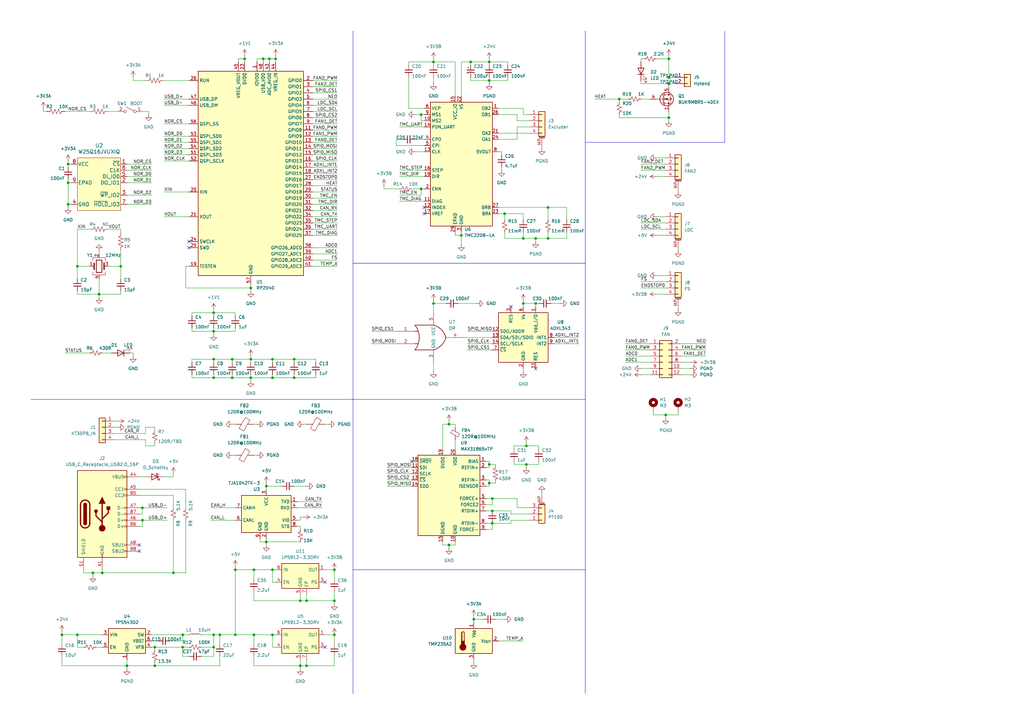
<source format=kicad_sch>
(kicad_sch (version 20231120) (generator "eeschema") (generator_version "8.0")
  (paper "A3")
  (junction (at 71.12 234.95))
  (junction (at 274.32 34.29))
  (junction (at 200.66 25.4))
  (junction (at 273.05 170.18))
  (junction (at 214.63 97.79))
  (junction (at 219.71 97.79))
  (junction (at 25.4 260.35))
  (junction (at 137.16 260.35))
  (junction (at 274.32 48.26))
  (junction (at 104.14 260.35))
  (junction (at 27.94 74.93))
  (junction (at 87.63 260.35))
  (junction (at 207.01 87.63))
  (junction (at 177.8 124.46))
  (junction (at 274.32 31.75))
  (junction (at 193.04 25.4))
  (junction (at 177.8 25.4))
  (junction (at 40.64 120.65))
  (junction (at 96.52 233.68))
  (junction (at 200.66 198.12))
  (junction (at 219.71 124.46))
  (junction (at 87.63 128.27))
  (junction (at 172.72 46.99))
  (junction (at 184.15 223.52))
  (junction (at 49.53 109.22))
  (junction (at 96.52 260.35))
  (junction (at 200.66 190.5))
  (junction (at 87.63 135.89))
  (junction (at 111.76 233.68))
  (junction (at 74.93 265.43))
  (junction (at 31.75 109.22))
  (junction (at 189.23 96.52))
  (junction (at 201.93 204.47))
  (junction (at 74.93 260.35))
  (junction (at 123.19 246.38))
  (junction (at 104.14 233.68))
  (junction (at 109.22 199.39))
  (junction (at 87.63 147.32))
  (junction (at 194.31 254))
  (junction (at 95.25 154.94))
  (junction (at 123.19 273.05))
  (junction (at 38.1 234.95))
  (junction (at 254 40.64))
  (junction (at 111.76 260.35))
  (junction (at 52.07 273.05))
  (junction (at 31.75 260.35))
  (junction (at 95.25 147.32))
  (junction (at 58.42 213.36))
  (junction (at 102.87 154.94))
  (junction (at 58.42 208.28))
  (junction (at 100.33 24.13))
  (junction (at 102.87 147.32))
  (junction (at 87.63 265.43))
  (junction (at 200.66 33.02))
  (junction (at 111.76 154.94))
  (junction (at 102.87 118.11))
  (junction (at 274.32 24.13))
  (junction (at 63.5 273.05))
  (junction (at 125.73 273.05))
  (junction (at 107.95 24.13))
  (junction (at 110.49 24.13))
  (junction (at 201.93 209.55))
  (junction (at 214.63 124.46))
  (junction (at 184.15 173.99))
  (junction (at 137.16 233.68))
  (junction (at 120.65 154.94))
  (junction (at 113.03 24.13))
  (junction (at 109.22 222.25))
  (junction (at 87.63 154.94))
  (junction (at 215.9 182.88))
  (junction (at 63.5 265.43))
  (junction (at 215.9 190.5))
  (junction (at 224.79 97.79))
  (junction (at 90.17 260.35))
  (junction (at 27.94 67.31))
  (junction (at 224.79 85.09))
  (junction (at 27.94 83.82))
  (junction (at 137.16 246.38))
  (junction (at 41.91 234.95))
  (junction (at 172.72 77.47))
  (junction (at 201.93 214.63))
  (junction (at 111.76 147.32))
  (junction (at 120.65 147.32))
  (junction (at 125.73 246.38))
  (no_connect (at 57.15 223.52))
  (no_connect (at 77.47 101.6))
  (no_connect (at 133.35 265.43))
  (no_connect (at 168.91 189.23))
  (no_connect (at 133.35 238.76))
  (no_connect (at 173.99 87.63))
  (no_connect (at 57.15 226.06))
  (no_connect (at 219.71 151.13))
  (no_connect (at 209.55 125.73))
  (no_connect (at 173.99 85.09))
  (no_connect (at 77.47 99.06))
  (wire (pts (xy 167.64 44.45) (xy 173.99 44.45)))
  (wire (pts (xy 187.96 124.46) (xy 195.58 124.46)))
  (wire (pts (xy 138.43 71.12) (xy 128.27 71.12)))
  (wire (pts (xy 82.55 269.24) (xy 87.63 269.24)))
  (wire (pts (xy 57.15 200.66) (xy 76.2 200.66)))
  (wire (pts (xy 199.39 204.47) (xy 201.93 204.47)))
  (wire (pts (xy 138.43 68.58) (xy 128.27 68.58)))
  (wire (pts (xy 71.12 234.95) (xy 41.91 234.95)))
  (wire (pts (xy 31.75 109.22) (xy 31.75 114.3)))
  (wire (pts (xy 269.24 96.52) (xy 273.05 96.52)))
  (wire (pts (xy 76.2 109.22) (xy 76.2 118.11)))
  (wire (pts (xy 158.75 196.85) (xy 168.91 196.85)))
  (wire (pts (xy 71.12 213.36) (xy 71.12 234.95)))
  (wire (pts (xy 25.4 269.24) (xy 25.4 273.05)))
  (wire (pts (xy 269.24 113.03) (xy 273.05 113.03)))
  (wire (pts (xy 44.45 93.98) (xy 49.53 93.98)))
  (wire (pts (xy 120.65 147.32) (xy 120.65 148.59)))
  (wire (pts (xy 128.27 86.36) (xy 138.43 86.36)))
  (wire (pts (xy 107.95 24.13) (xy 110.49 24.13)))
  (wire (pts (xy 170.18 62.23) (xy 173.99 62.23)))
  (wire (pts (xy 49.53 93.98) (xy 49.53 95.25)))
  (wire (pts (xy 106.68 222.25) (xy 109.22 222.25)))
  (wire (pts (xy 200.66 198.12) (xy 200.66 199.39)))
  (wire (pts (xy 262.89 24.13) (xy 262.89 25.4)))
  (wire (pts (xy 67.31 40.64) (xy 77.47 40.64)))
  (wire (pts (xy 52.07 83.82) (xy 62.23 83.82)))
  (wire (pts (xy 29.21 67.31) (xy 27.94 67.31)))
  (wire (pts (xy 46.99 175.26) (xy 48.26 175.26)))
  (wire (pts (xy 210.82 190.5) (xy 210.82 189.23)))
  (wire (pts (xy 167.64 25.4) (xy 177.8 25.4)))
  (wire (pts (xy 71.12 203.2) (xy 71.12 208.28)))
  (wire (pts (xy 219.71 97.79) (xy 224.79 97.79)))
  (polyline (pts (xy 144.78 107.95) (xy 240.03 107.95)))
  (wire (pts (xy 90.17 269.24) (xy 90.17 273.05)))
  (wire (pts (xy 102.87 154.94) (xy 111.76 154.94)))
  (wire (pts (xy 224.79 85.09) (xy 224.79 90.17)))
  (wire (pts (xy 181.61 223.52) (xy 184.15 223.52)))
  (wire (pts (xy 279.4 148.59) (xy 283.21 148.59)))
  (wire (pts (xy 125.73 246.38) (xy 137.16 246.38)))
  (wire (pts (xy 162.56 57.15) (xy 162.56 59.69)))
  (wire (pts (xy 123.19 273.05) (xy 123.19 274.32)))
  (wire (pts (xy 54.61 144.78) (xy 54.61 146.05)))
  (wire (pts (xy 200.66 189.23) (xy 200.66 190.5)))
  (wire (pts (xy 254 40.64) (xy 254 41.91)))
  (wire (pts (xy 128.27 109.22) (xy 138.43 109.22)))
  (wire (pts (xy 194.31 252.73) (xy 194.31 254)))
  (wire (pts (xy 58.42 213.36) (xy 68.58 213.36)))
  (wire (pts (xy 208.28 25.4) (xy 208.28 26.67)))
  (polyline (pts (xy 240.03 233.68) (xy 240.03 163.83)))
  (wire (pts (xy 137.16 246.38) (xy 137.16 247.65)))
  (wire (pts (xy 191.77 135.89) (xy 201.93 135.89)))
  (wire (pts (xy 104.14 186.69) (xy 105.41 186.69)))
  (wire (pts (xy 199.39 196.85) (xy 200.66 196.85)))
  (wire (pts (xy 220.98 124.46) (xy 219.71 124.46)))
  (wire (pts (xy 212.09 204.47) (xy 212.09 208.28)))
  (wire (pts (xy 31.75 93.98) (xy 31.75 109.22)))
  (wire (pts (xy 274.32 49.53) (xy 274.32 48.26)))
  (wire (pts (xy 36.83 93.98) (xy 31.75 93.98)))
  (wire (pts (xy 200.66 33.02) (xy 200.66 34.29)))
  (wire (pts (xy 78.74 128.27) (xy 87.63 128.27)))
  (wire (pts (xy 53.34 144.78) (xy 54.61 144.78)))
  (wire (pts (xy 52.07 273.05) (xy 63.5 273.05)))
  (wire (pts (xy 67.31 66.04) (xy 77.47 66.04)))
  (wire (pts (xy 200.66 25.4) (xy 200.66 26.67)))
  (wire (pts (xy 121.92 205.74) (xy 132.08 205.74)))
  (wire (pts (xy 283.21 151.13) (xy 279.4 151.13)))
  (wire (pts (xy 34.29 234.95) (xy 38.1 234.95)))
  (wire (pts (xy 25.4 273.05) (xy 52.07 273.05)))
  (wire (pts (xy 78.74 147.32) (xy 87.63 147.32)))
  (wire (pts (xy 209.55 209.55) (xy 209.55 210.82)))
  (wire (pts (xy 163.83 80.01) (xy 172.72 80.01)))
  (wire (pts (xy 209.55 214.63) (xy 209.55 213.36)))
  (wire (pts (xy 121.92 215.9) (xy 123.19 215.9)))
  (wire (pts (xy 58.42 208.28) (xy 68.58 208.28)))
  (wire (pts (xy 172.72 49.53) (xy 173.99 49.53)))
  (wire (pts (xy 128.27 101.6) (xy 138.43 101.6)))
  (wire (pts (xy 207.01 95.25) (xy 207.01 97.79)))
  (wire (pts (xy 278.13 168.91) (xy 278.13 170.18)))
  (wire (pts (xy 31.75 260.35) (xy 41.91 260.35)))
  (wire (pts (xy 184.15 223.52) (xy 186.69 223.52)))
  (wire (pts (xy 60.96 45.72) (xy 60.96 46.99)))
  (wire (pts (xy 214.63 90.17) (xy 214.63 87.63)))
  (wire (pts (xy 97.79 24.13) (xy 100.33 24.13)))
  (polyline (pts (xy 144.78 163.83) (xy 240.03 163.83)))
  (wire (pts (xy 191.77 143.51) (xy 201.93 143.51)))
  (wire (pts (xy 193.04 33.02) (xy 200.66 33.02)))
  (polyline (pts (xy 240.03 58.42) (xy 297.18 58.42)))
  (wire (pts (xy 199.39 217.17) (xy 201.93 217.17)))
  (wire (pts (xy 63.5 265.43) (xy 74.93 265.43)))
  (wire (pts (xy 170.18 57.15) (xy 173.99 57.15)))
  (wire (pts (xy 78.74 154.94) (xy 87.63 154.94)))
  (wire (pts (xy 212.09 52.07) (xy 217.17 52.07)))
  (wire (pts (xy 67.31 60.96) (xy 77.47 60.96)))
  (wire (pts (xy 123.19 243.84) (xy 123.19 246.38)))
  (wire (pts (xy 214.63 46.99) (xy 217.17 46.99)))
  (wire (pts (xy 177.8 25.4) (xy 186.69 25.4)))
  (wire (pts (xy 208.28 31.75) (xy 208.28 33.02)))
  (wire (pts (xy 209.55 213.36) (xy 217.17 213.36)))
  (wire (pts (xy 224.79 95.25) (xy 224.79 97.79)))
  (wire (pts (xy 104.14 273.05) (xy 123.19 273.05)))
  (polyline (pts (xy 144.78 12.7) (xy 144.78 163.83)))
  (wire (pts (xy 257.81 40.64) (xy 254 40.64)))
  (wire (pts (xy 102.87 156.21) (xy 102.87 154.94)))
  (wire (pts (xy 283.21 153.67) (xy 279.4 153.67)))
  (wire (pts (xy 40.64 102.87) (xy 40.64 104.14)))
  (wire (pts (xy 104.14 260.35) (xy 104.14 264.16)))
  (wire (pts (xy 95.25 173.99) (xy 96.52 173.99)))
  (wire (pts (xy 177.8 124.46) (xy 177.8 128.27)))
  (wire (pts (xy 194.31 254) (xy 198.12 254)))
  (wire (pts (xy 170.18 46.99) (xy 172.72 46.99)))
  (wire (pts (xy 186.69 96.52) (xy 189.23 96.52)))
  (wire (pts (xy 254 48.26) (xy 254 46.99)))
  (wire (pts (xy 128.27 106.68) (xy 138.43 106.68)))
  (wire (pts (xy 96.52 233.68) (xy 96.52 260.35)))
  (wire (pts (xy 201.93 209.55) (xy 209.55 209.55)))
  (wire (pts (xy 52.07 273.05) (xy 52.07 270.51)))
  (wire (pts (xy 109.22 222.25) (xy 123.19 222.25)))
  (wire (pts (xy 125.73 246.38) (xy 125.73 243.84)))
  (wire (pts (xy 67.31 33.02) (xy 77.47 33.02)))
  (wire (pts (xy 96.52 260.35) (xy 104.14 260.35)))
  (wire (pts (xy 63.5 265.43) (xy 63.5 266.7)))
  (wire (pts (xy 57.15 210.82) (xy 58.42 210.82)))
  (wire (pts (xy 111.76 233.68) (xy 113.03 233.68)))
  (wire (pts (xy 67.31 58.42) (xy 77.47 58.42)))
  (wire (pts (xy 200.66 24.13) (xy 200.66 25.4)))
  (wire (pts (xy 46.99 180.34) (xy 59.69 180.34)))
  (wire (pts (xy 215.9 181.61) (xy 215.9 182.88)))
  (wire (pts (xy 274.32 31.75) (xy 276.86 31.75)))
  (wire (pts (xy 120.65 154.94) (xy 120.65 153.67)))
  (wire (pts (xy 105.41 24.13) (xy 105.41 25.4)))
  (wire (pts (xy 212.09 208.28) (xy 217.17 208.28)))
  (wire (pts (xy 172.72 77.47) (xy 172.72 80.01)))
  (wire (pts (xy 31.75 265.43) (xy 31.75 260.35)))
  (wire (pts (xy 110.49 24.13) (xy 113.03 24.13)))
  (wire (pts (xy 49.53 120.65) (xy 40.64 120.65)))
  (wire (pts (xy 57.15 195.58) (xy 59.69 195.58)))
  (wire (pts (xy 137.16 233.68) (xy 137.16 237.49)))
  (wire (pts (xy 207.01 87.63) (xy 207.01 90.17)))
  (wire (pts (xy 52.07 74.93) (xy 62.23 74.93)))
  (wire (pts (xy 254 48.26) (xy 274.32 48.26)))
  (wire (pts (xy 193.04 26.67) (xy 193.04 25.4)))
  (wire (pts (xy 186.69 180.34) (xy 186.69 184.15)))
  (wire (pts (xy 128.27 55.88) (xy 138.43 55.88)))
  (wire (pts (xy 204.47 57.15) (xy 212.09 57.15)))
  (wire (pts (xy 215.9 190.5) (xy 220.98 190.5)))
  (wire (pts (xy 111.76 154.94) (xy 111.76 153.67)))
  (wire (pts (xy 133.35 173.99) (xy 134.62 173.99)))
  (wire (pts (xy 167.64 25.4) (xy 167.64 26.67)))
  (wire (pts (xy 133.35 233.68) (xy 137.16 233.68)))
  (wire (pts (xy 194.31 270.51) (xy 194.31 271.78)))
  (polyline (pts (xy 240.03 12.7) (xy 240.03 107.95)))
  (wire (pts (xy 214.63 123.19) (xy 214.63 124.46)))
  (wire (pts (xy 152.4 140.97) (xy 162.56 140.97)))
  (wire (pts (xy 95.25 186.69) (xy 96.52 186.69)))
  (wire (pts (xy 128.27 78.74) (xy 138.43 78.74)))
  (wire (pts (xy 102.87 147.32) (xy 111.76 147.32)))
  (wire (pts (xy 19.05 45.72) (xy 17.78 45.72)))
  (polyline (pts (xy 297.18 12.7) (xy 297.18 58.42)))
  (wire (pts (xy 107.95 24.13) (xy 107.95 25.4)))
  (wire (pts (xy 158.75 199.39) (xy 168.91 199.39)))
  (wire (pts (xy 128.27 96.52) (xy 138.43 96.52)))
  (wire (pts (xy 181.61 173.99) (xy 184.15 173.99)))
  (wire (pts (xy 215.9 182.88) (xy 220.98 182.88)))
  (wire (pts (xy 52.07 72.39) (xy 62.23 72.39)))
  (wire (pts (xy 34.29 265.43) (xy 31.75 265.43)))
  (wire (pts (xy 262.89 34.29) (xy 274.32 34.29)))
  (wire (pts (xy 128.27 83.82) (xy 138.43 83.82)))
  (wire (pts (xy 96.52 213.36) (xy 86.36 213.36)))
  (wire (pts (xy 111.76 154.94) (xy 120.65 154.94)))
  (wire (pts (xy 137.16 269.24) (xy 137.16 273.05)))
  (wire (pts (xy 102.87 146.05) (xy 102.87 147.32)))
  (wire (pts (xy 186.69 95.25) (xy 186.69 96.52)))
  (wire (pts (xy 212.09 49.53) (xy 217.17 49.53)))
  (wire (pts (xy 128.27 60.96) (xy 138.43 60.96)))
  (wire (pts (xy 87.63 148.59) (xy 87.63 147.32)))
  (wire (pts (xy 63.5 182.88) (xy 59.69 182.88)))
  (wire (pts (xy 128.27 93.98) (xy 138.43 93.98)))
  (polyline (pts (xy 240.03 233.68) (xy 240.03 284.48)))
  (wire (pts (xy 104.14 260.35) (xy 111.76 260.35)))
  (wire (pts (xy 172.72 77.47) (xy 173.99 77.47)))
  (wire (pts (xy 232.41 95.25) (xy 232.41 97.79)))
  (wire (pts (xy 78.74 134.62) (xy 78.74 135.89)))
  (wire (pts (xy 123.19 273.05) (xy 125.73 273.05)))
  (wire (pts (xy 128.27 81.28) (xy 138.43 81.28)))
  (wire (pts (xy 273.05 91.44) (xy 262.89 91.44)))
  (wire (pts (xy 78.74 147.32) (xy 78.74 148.59)))
  (wire (pts (xy 266.7 140.97) (xy 256.54 140.97)))
  (wire (pts (xy 193.04 31.75) (xy 193.04 33.02)))
  (wire (pts (xy 158.75 194.31) (xy 168.91 194.31)))
  (wire (pts (xy 63.5 271.78) (xy 63.5 273.05)))
  (wire (pts (xy 158.75 191.77) (xy 168.91 191.77)))
  (wire (pts (xy 181.61 173.99) (xy 181.61 184.15)))
  (wire (pts (xy 190.5 138.43) (xy 201.93 138.43)))
  (wire (pts (xy 49.53 109.22) (xy 49.53 114.3)))
  (wire (pts (xy 102.87 118.11) (xy 102.87 116.84)))
  (wire (pts (xy 128.27 53.34) (xy 138.43 53.34)))
  (wire (pts (xy 38.1 234.95) (xy 38.1 236.22)))
  (wire (pts (xy 100.33 22.86) (xy 100.33 24.13)))
  (wire (pts (xy 64.77 262.89) (xy 62.23 262.89)))
  (wire (pts (xy 157.48 77.47) (xy 157.48 76.2)))
  (wire (pts (xy 121.92 208.28) (xy 132.08 208.28)))
  (wire (pts (xy 58.42 213.36) (xy 58.42 215.9)))
  (wire (pts (xy 95.25 147.32) (xy 102.87 147.32)))
  (wire (pts (xy 204.47 54.61) (xy 217.17 54.61)))
  (wire (pts (xy 262.89 69.85) (xy 273.05 69.85)))
  (wire (pts (xy 95.25 147.32) (xy 87.63 147.32)))
  (wire (pts (xy 63.5 265.43) (xy 62.23 265.43)))
  (wire (pts (xy 184.15 172.72) (xy 184.15 173.99)))
  (wire (pts (xy 193.04 25.4) (xy 200.66 25.4)))
  (wire (pts (xy 189.23 25.4) (xy 189.23 39.37)))
  (wire (pts (xy 27.94 85.09) (xy 27.94 83.82)))
  (wire (pts (xy 67.31 50.8) (xy 77.47 50.8)))
  (wire (pts (xy 39.37 265.43) (xy 41.91 265.43)))
  (polyline (pts (xy 12.7 163.83) (xy 144.78 163.83)))
  (wire (pts (xy 278.13 125.73) (xy 278.13 127)))
  (wire (pts (xy 204.47 87.63) (xy 207.01 87.63)))
  (wire (pts (xy 63.5 175.26) (xy 59.69 175.26)))
  (wire (pts (xy 34.29 234.95) (xy 34.29 233.68)))
  (wire (pts (xy 201.93 214.63) (xy 209.55 214.63)))
  (wire (pts (xy 128.27 63.5) (xy 138.43 63.5)))
  (wire (pts (xy 274.32 45.72) (xy 274.32 48.26)))
  (wire (pts (xy 40.64 120.65) (xy 40.64 121.92)))
  (wire (pts (xy 100.33 24.13) (xy 100.33 25.4)))
  (wire (pts (xy 273.05 93.98) (xy 262.89 93.98)))
  (wire (pts (xy 186.69 173.99) (xy 186.69 175.26)))
  (wire (pts (xy 109.22 222.25) (xy 109.22 220.98)))
  (wire (pts (xy 124.46 173.99) (xy 125.73 173.99)))
  (wire (pts (xy 87.63 269.24) (xy 87.63 265.43)))
  (wire (pts (xy 58.42 208.28) (xy 58.42 210.82)))
  (wire (pts (xy 25.4 260.35) (xy 31.75 260.35)))
  (wire (pts (xy 95.25 154.94) (xy 102.87 154.94)))
  (wire (pts (xy 128.27 48.26) (xy 138.43 48.26)))
  (wire (pts (xy 125.73 199.39) (xy 120.65 199.39)))
  (wire (pts (xy 128.27 91.44) (xy 138.43 91.44)))
  (wire (pts (xy 87.63 128.27) (xy 96.52 128.27)))
  (wire (pts (xy 76.2 118.11) (xy 102.87 118.11)))
  (wire (pts (xy 128.27 35.56) (xy 138.43 35.56)))
  (wire (pts (xy 269.24 72.39) (xy 273.05 72.39)))
  (wire (pts (xy 133.35 260.35) (xy 137.16 260.35)))
  (wire (pts (xy 181.61 222.25) (xy 181.61 223.52)))
  (wire (pts (xy 210.82 182.88) (xy 210.82 184.15)))
  (wire (pts (xy 36.83 109.22) (xy 31.75 109.22)))
  (wire (pts (xy 104.14 233.68) (xy 111.76 233.68)))
  (wire (pts (xy 128.27 58.42) (xy 138.43 58.42)))
  (wire (pts (xy 57.15 203.2) (xy 71.12 203.2)))
  (wire (pts (xy 69.85 262.89) (xy 74.93 262.89)))
  (wire (pts (xy 96.52 135.89) (xy 96.52 134.62)))
  (wire (pts (xy 207.01 254) (xy 203.2 254)))
  (wire (pts (xy 167.64 44.45) (xy 167.64 31.75)))
  (wire (pts (xy 128.27 104.14) (xy 138.43 104.14)))
  (wire (pts (xy 273.05 120.65) (xy 269.24 120.65)))
  (wire (pts (xy 113.03 238.76) (xy 111.76 238.76)))
  (wire (pts (xy 109.22 222.25) (xy 109.22 223.52)))
  (wire (pts (xy 104.14 242.57) (xy 104.14 246.38)))
  (wire (pts (xy 62.23 260.35) (xy 74.93 260.35)))
  (wire (pts (xy 177.8 148.59) (xy 177.8 152.4)))
  (wire (pts (xy 137.16 242.57) (xy 137.16 246.38)))
  (wire (pts (xy 67.31 78.74) (xy 77.47 78.74)))
  (wire (pts (xy 57.15 213.36) (xy 58.42 213.36)))
  (wire (pts (xy 172.72 46.99) (xy 172.72 49.53)))
  (wire (pts (xy 49.53 102.87) (xy 49.53 109.22)))
  (wire (pts (xy 184.15 223.52) (xy 184.15 224.79)))
  (wire (pts (xy 219.71 124.46) (xy 219.71 125.73)))
  (wire (pts (xy 279.4 140.97) (xy 289.56 140.97)))
  (wire (pts (xy 204.47 62.23) (xy 205.74 62.23)))
  (wire (pts (xy 205.74 68.58) (xy 205.74 69.85)))
  (wire (pts (xy 162.56 59.69) (xy 173.99 59.69)))
  (wire (pts (xy 267.97 168.91) (xy 267.97 170.18)))
  (wire (pts (xy 67.31 43.18) (xy 77.47 43.18)))
  (wire (pts (xy 67.31 195.58) (xy 71.12 195.58)))
  (wire (pts (xy 74.93 260.35) (xy 77.47 260.35)))
  (wire (pts (xy 232.41 90.17) (xy 232.41 85.09)))
  (wire (pts (xy 256.54 143.51) (xy 266.7 143.51)))
  (wire (pts (xy 201.93 207.01) (xy 201.93 204.47)))
  (wire (pts (xy 129.54 148.59) (xy 129.54 147.32)))
  (wire (pts (xy 199.39 209.55) (xy 201.93 209.55)))
  (wire (pts (xy 212.09 46.99) (xy 212.09 49.53)))
  (wire (pts (xy 214.63 97.79) (xy 219.71 97.79)))
  (wire (pts (xy 214.63 95.25) (xy 214.63 97.79)))
  (wire (pts (xy 63.5 181.61) (xy 63.5 182.88)))
  (wire (pts (xy 266.7 40.64) (xy 262.89 40.64)))
  (wire (pts (xy 200.66 191.77) (xy 199.39 191.77)))
  (wire (pts (xy 220.98 184.15) (xy 220.98 182.88)))
  (wire (pts (xy 199.39 189.23) (xy 200.66 189.23)))
  (wire (pts (xy 262.89 34.29) (xy 262.89 33.02)))
  (wire (pts (xy 274.32 34.29) (xy 274.32 35.56)))
  (wire (pts (xy 63.5 176.53) (xy 63.5 175.26)))
  (wire (pts (xy 264.16 24.13) (xy 262.89 24.13)))
  (wire (pts (xy 107.95 24.13) (xy 105.41 24.13)))
  (wire (pts (xy 57.15 208.28) (xy 58.42 208.28)))
  (wire (pts (xy 78.74 129.54) (xy 78.74 128.27)))
  (wire (pts (xy 214.63 44.45) (xy 214.63 46.99)))
  (wire (pts (xy 71.12 195.58) (xy 71.12 194.31)))
  (wire (pts (xy 289.56 146.05) (xy 279.4 146.05)))
  (wire (pts (xy 26.67 45.72) (xy 36.83 45.72)))
  (wire (pts (xy 52.07 273.05) (xy 52.07 274.32)))
  (wire (pts (xy 269.24 64.77) (xy 273.05 64.77)))
  (wire (pts (xy 52.07 67.31) (xy 62.23 67.31)))
  (wire (pts (xy 214.63 124.46) (xy 219.71 124.46)))
  (wire (pts (xy 54.61 33.02) (xy 59.69 33.02)))
  (wire (pts (xy 200.66 199.39) (xy 199.39 199.39)))
  (wire (pts (xy 215.9 190.5) (xy 215.9 191.77)))
  (wire (pts (xy 200.66 25.4) (xy 208.28 25.4)))
  (wire (pts (xy 201.93 217.17) (xy 201.93 214.63)))
  (wire (pts (xy 95.25 153.67) (xy 95.25 154.94)))
  (wire (pts (xy 25.4 260.35) (xy 25.4 264.16)))
  (wire (pts (xy 123.19 212.09) (xy 123.19 213.36)))
  (wire (pts (xy 129.54 153.67) (xy 129.54 154.94)))
  (wire (pts (xy 168.91 77.47) (xy 172.72 77.47)))
  (wire (pts (xy 90.17 260.35) (xy 96.52 260.35)))
  (wire (pts (xy 222.25 201.93) (xy 222.25 203.2)))
  (wire (pts (xy 104.14 233.68) (xy 104.14 237.49)))
  (wire (pts (xy 74.93 269.24) (xy 74.93 265.43)))
  (wire (pts (xy 262.89 153.67) (xy 266.7 153.67)))
  (wire (pts (xy 27.94 73.66) (xy 27.94 74.93)))
  (wire (pts (xy 67.31 88.9) (xy 77.47 88.9)))
  (polyline (pts (xy 144.78 163.83) (xy 144.78 284.48)))
  (wire (pts (xy 110.49 24.13) (xy 110.49 25.4)))
  (wire (pts (xy 273.05 115.57) (xy 262.89 115.57)))
  (wire (pts (xy 289.56 143.51) (xy 279.4 143.51)))
  (wire (pts (xy 87.63 153.67) (xy 87.63 154.94)))
  (wire (pts (xy 96.52 128.27) (xy 96.52 129.54)))
  (wire (pts (xy 210.82 182.88) (xy 215.9 182.88)))
  (wire (pts (xy 128.27 50.8) (xy 138.43 50.8)))
  (wire (pts (xy 40.64 114.3) (xy 40.64 120.65)))
  (wire (pts (xy 214.63 151.13) (xy 214.63 152.4)))
  (wire (pts (xy 27.94 67.31) (xy 27.94 68.58)))
  (wire (pts (xy 87.63 260.35) (xy 90.17 260.35)))
  (wire (pts (xy 274.32 22.86) (xy 274.32 24.13)))
  (wire (pts (xy 77.47 109.22) (xy 76.2 109.22)))
  (wire (pts (xy 163.83 72.39) (xy 173.99 72.39)))
  (wire (pts (xy 267.97 170.18) (xy 273.05 170.18)))
  (wire (pts (xy 207.01 97.79) (xy 214.63 97.79)))
  (wire (pts (xy 97.79 24.13) (xy 97.79 25.4)))
  (wire (pts (xy 243.84 40.64) (xy 254 40.64)))
  (wire (pts (xy 208.28 33.02) (xy 200.66 33.02)))
  (wire (pts (xy 113.03 24.13) (xy 113.03 25.4)))
  (wire (pts (xy 52.07 80.01) (xy 62.23 80.01)))
  (wire (pts (xy 204.47 85.09) (xy 224.79 85.09)))
  (wire (pts (xy 90.17 260.35) (xy 90.17 264.16)))
  (wire (pts (xy 87.63 135.89) (xy 87.63 137.16)))
  (wire (pts (xy 82.55 260.35) (xy 87.63 260.35)))
  (wire (pts (xy 199.39 214.63) (xy 201.93 214.63)))
  (wire (pts (xy 120.65 154.94) (xy 129.54 154.94)))
  (wire (pts (xy 87.63 154.94) (xy 95.25 154.94)))
  (wire (pts (xy 128.27 45.72) (xy 138.43 45.72)))
  (wire (pts (xy 269.24 24.13) (xy 274.32 24.13)))
  (wire (pts (xy 173.99 46.99) (xy 172.72 46.99)))
  (wire (pts (xy 201.93 204.47) (xy 212.09 204.47)))
  (wire (pts (xy 200.66 198.12) (xy 203.2 198.12)))
  (wire (pts (xy 41.91 144.78) (xy 45.72 144.78)))
  (wire (pts (xy 186.69 25.4) (xy 186.69 39.37)))
  (wire (pts (xy 274.32 24.13) (xy 274.32 31.75)))
  (wire (pts (xy 220.98 189.23) (xy 220.98 190.5)))
  (wire (pts (xy 274.32 34.29) (xy 276.86 34.29)))
  (wire (pts (xy 273.05 170.18) (xy 273.05 171.45)))
  (wire (pts (xy 31.75 120.65) (xy 40.64 120.65)))
  (wire (pts (xy 41.91 234.95) (xy 41.91 233.68)))
  (wire (pts (xy 204.47 46.99) (xy 212.09 46.99)))
  (wire (pts (xy 111.76 260.35) (xy 111.76 265.43)))
  (wire (pts (xy 78.74 135.89) (xy 87.63 135.89)))
  (wire (pts (xy 128.27 40.64) (xy 138.43 40.64)))
  (wire (pts (xy 200.66 196.85) (xy 200.66 198.12)))
  (wire (pts (xy 191.77 140.97) (xy 201.93 140.97)))
  (wire (pts (xy 78.74 154.94) (xy 78.74 153.67)))
  (wire (pts (xy 125.73 273.05) (xy 137.16 273.05)))
  (wire (pts (xy 104.14 246.38) (xy 123.19 246.38)))
  (wire (pts (xy 212.09 57.15) (xy 212.09 52.07)))
  (wire (pts (xy 29.21 74.93) (xy 27.94 74.93)))
  (wire (pts (xy 184.15 173.99) (xy 186.69 173.99)))
  (wire (pts (xy 278.13 101.6) (xy 278.13 102.87)))
  (wire (pts (xy 58.42 215.9) (xy 57.15 215.9)))
  (wire (pts (xy 113.03 22.86) (xy 113.03 24.13)))
  (wire (pts (xy 96.52 232.41) (xy 96.52 233.68)))
  (wire (pts (xy 38.1 234.95) (xy 41.91 234.95)))
  (wire (pts (xy 87.63 134.62) (xy 87.63 135.89)))
  (wire (pts (xy 111.76 260.35) (xy 113.03 260.35)))
  (wire (pts (xy 273.05 118.11) (xy 262.89 118.11)))
  (wire (pts (xy 87.63 135.89) (xy 96.52 135.89)))
  (wire (pts (xy 74.93 265.43) (xy 77.47 265.43)))
  (wire (pts (xy 214.63 125.73) (xy 214.63 124.46)))
  (wire (pts (xy 200.66 190.5) (xy 200.66 191.77)))
  (wire (pts (xy 67.31 63.5) (xy 77.47 63.5)))
  (wire (pts (xy 102.87 118.11) (xy 102.87 119.38)))
  (wire (pts (xy 46.99 177.8) (xy 59.69 177.8)))
  (wire (pts (xy 96.52 208.28) (xy 86.36 208.28)))
  (wire (pts (xy 273.05 170.18) (xy 278.13 170.18)))
  (wire (pts (xy 76.2 234.95) (xy 71.12 234.95)))
  (wire (pts (xy 262.89 151.13) (xy 266.7 151.13)))
  (wire (pts (xy 163.83 69.85) (xy 173.99 69.85)))
  (wire (pts (xy 125.73 273.05) (xy 125.73 270.51)))
  (wire (pts (xy 210.82 190.5) (xy 215.9 190.5)))
  (wire (pts (xy 200.66 190.5) (xy 203.2 190.5)))
  (wire (pts (xy 111.76 147.32) (xy 120.65 147.32)))
  (wire (pts (xy 25.4 259.08) (xy 25.4 260.35)))
  (wire (pts (xy 104.14 233.68) (xy 96.52 233.68)))
  (wire (pts (xy 262.89 67.31) (xy 273.05 67.31)))
  (wire (pts (xy 104.14 269.24) (xy 104.14 273.05)))
  (wire (pts (xy 204.47 262.89) (xy 214.63 262.89)))
  (wire (pts (xy 232.41 85.09) (xy 224.79 85.09)))
  (wire (pts (xy 177.8 124.46) (xy 182.88 124.46)))
  (wire (pts (xy 204.47 44.45) (xy 214.63 44.45)))
  (wire (pts (xy 200.66 33.02) (xy 200.66 31.75)))
  (wire (pts (xy 128.27 38.1) (xy 138.43 38.1)))
  (wire (pts (xy 54.61 31.75) (xy 54.61 33.02)))
  (wire (pts (xy 82.55 265.43) (xy 87.63 265.43)))
  (wire (pts (xy 111.76 147.32) (xy 111.76 148.59)))
  (wire (pts (xy 273.05 88.9) (xy 269.24 88.9)))
  (wire (pts (xy 102.87 147.32) (xy 102.87 148.59)))
  (wire (pts (xy 52.07 69.85) (xy 62.23 69.85)))
  (wire (pts (xy 222.25 60.96) (xy 222.25 59.69)))
  (wire (pts (xy 163.83 52.07) (xy 173.99 52.07)))
  (wire (pts (xy 137.16 260.35) (xy 137.16 264.16)))
  (wire (pts (xy 31.75 119.38) (xy 31.75 120.65)))
  (wire (pts (xy 27.94 67.31) (xy 27.94 66.04)))
  (wire (pts (xy 111.76 233.68) (xy 111.76 238.76)))
  (wire (pts (xy 189.23 95.25) (xy 189.23 96.52)))
  (wire (pts (xy 194.31 255.27) (xy 194.31 254)))
  (wire (pts (xy 229.87 124.46) (xy 226.06 124.46)))
  (wire (pts (xy 120.65 147.32) (xy 129.54 147.32)))
  (wire (pts (xy 189.23 96.52) (xy 189.23 100.33)))
  (wire (pts (xy 59.69 182.88) (xy 59.69 180.34)))
  (wire (pts (xy 58.42 45.72) (xy 60.96 45.72)))
  (wire (pts (xy 199.39 207.01) (xy 201.93 207.01)))
  (wire (pts (xy 205.74 62.23) (xy 205.74 63.5)))
  (wire (pts (xy 165.1 57.15) (xy 162.56 57.15)))
  (wire (pts (xy 76.2 200.66) (xy 76.2 208.28)))
  (wire (pts (xy 128.27 88.9) (xy 138.43 88.9)))
  (wire (pts (xy 152.4 135.89) (xy 162.56 135.89)))
  (wire (pts (xy 157.48 77.47) (xy 163.83 77.47)))
  (wire (pts (xy 67.31 55.88) (xy 77.47 55.88)))
  (wire (pts (xy 26.67 144.78) (xy 36.83 144.78)))
  (wire (pts (xy 113.03 265.43) (xy 111.76 265.43)))
  (wire (pts (xy 219.71 97.79) (xy 219.71 99.06)))
  (wire (pts (xy 209.55 210.82) (xy 217.17 210.82)))
  (wire (pts (xy 278.13 77.47) (xy 278.13 78.74)))
  (wire (pts (xy 106.68 220.98) (xy 106.68 222.25)))
  (wire (pts (xy 138.43 66.04) (xy 128.27 66.04)))
  (wire (pts (xy 87.63 260.35) (xy 87.63 265.43)))
  (wire (pts (xy 76.2 213.36) (xy 76.2 234.95)))
  (wire (pts (xy 214.63 87.63) (xy 207.01 87.63)))
  (wire (pts (xy 87.63 127) (xy 87.63 128.27)))
  (wire (pts (xy 123.19 270.51) (xy 123.19 273.05)))
  (wire (pts (xy 87.63 129.54) (xy 87.63 128.27)))
  (wire (pts (xy 138.43 73.66) (xy 128.27 73.66)))
  (wire (pts (xy 128.27 76.2) (xy 138.43 76.2)))
  (wire (pts (xy 17.78 45.72) (xy 17.78 44.45)))
  (wire (pts (xy 227.33 138.43) (xy 237.49 138.43)))
  (wire (pts (xy 177.8 24.13) (xy 177.8 25.4)))
  (wire (pts (xy 123.19 212.09) (xy 124.46 212.09)))
  (wire (pts (xy 95.25 148.59) (xy 95.25 147.32)))
  (wire (pts (xy 74.93 262.89) (xy 74.93 260.35)))
  (wire (pts (xy 77.47 269.24) (xy 74.93 269.24)))
  (wire (pts (xy 27.94 83.82) (xy 29.21 83.82)))
  (wire (pts (xy 27.94 74.93) (xy 27.94 83.82)))
  (wire (pts (xy 102.87 154.94) (xy 102.87 153.67)))
  (wire (pts (xy 123.19 246.38) (xy 125.73 246.38)))
  (wire (pts (xy 49.53 119.38) (xy 49.53 120.65)))
  (wire (pts (xy 256.54 146.05) (xy 266.7 146.05)))
  (wire (pts (xy 227.33 140.97) (xy 237.49 140.97)))
  (wire (pts (xy 115.57 199.39) (xy 109.22 199.39)))
  (wire (pts (xy 224.79 97.79) (xy 232.41 97.79)))
  (wire (pts (xy 177.8 26.67) (xy 177.8 25.4)))
  (wire (pts (xy 44.45 109.22) (xy 49.53 109.22)))
  (wire (pts (xy 123.19 213.36) (xy 121.92 213.36)))
  (polyline (pts (xy 240.03 163.83) (xy 240.03 107.95)))
  (wire (pts (xy 46.99 172.72) (xy 48.26 172.72)))
  (wire (pts (xy 128.27 33.02) (xy 138.43 33.02)))
  (wire (pts (xy 123.19 217.17) (xy 123.19 215.9)))
  (wire (pts (xy 59.69 175.26) (xy 59.69 177.8)))
  (wire (pts (xy 90.17 273.05) (xy 63.5 273.05)))
  (wire (pts (xy 109.22 198.12) (xy 109.22 199.39)))
  (wire (pts (xy 177.8 31.75) (xy 177.8 34.29)))
  (wire (pts (xy 104.14 173.99) (xy 105.41 173.99)))
  (wire (pts (xy 109.22 199.39) (xy 109.22 200.66)))
  (wire (pts (xy 266.7 148.59) (xy 256.54 148.59)))
  (wire (pts (xy 163.83 82.55) (xy 173.99 82.55)))
  (wire (pts (xy 186.69 223.52) (xy 186.69 222.25)))
  (wire (pts (xy 177.8 123.19) (xy 177.8 124.46)))
  (wire (pts (xy 128.27 43.18) (xy 138.43 43.18)))
  (wire (pts (xy 44.45 45.72) (xy 48.26 45.72)))
  (wire (pts (xy 193.04 25.4) (xy 189.23 25.4)))
  (polyline (pts (xy 144.78 233.68) (xy 240.03 233.68)))
  (label "NEO" (at 138.43 40.64 180))
  (label "ADXL_INT2" (at 237.49 138.43 180))
  (label "LDC_SCL" (at 138.43 45.72 180))
  (label "NOR_D2" (at 62.23 80.01 180))
  (label "NEO" (at 289.56 140.97 180))
  (label "FAN1_DET" (at 138.43 50.8 180))
  (label "CAN_RX" (at 138.43 86.36 180))
  (label "SPI0_CS1" (at 138.43 38.1 180))
  (label "ADXL_INT1" (at 138.43 68.58 180))
  (label "LDC_SCL" (at 262.89 93.98 0))
  (label "NOR_D3" (at 62.23 83.82 180))
  (label "SPI0_MOSI" (at 138.43 60.96 180))
  (label "CAN_L" (at 57.15 180.34 180))
  (label "NOR_CS" (at 67.31 50.8 0))
  (label "SPI0_CS2" (at 138.43 48.26 180))
  (label "SPI0_CS1" (at 152.4 135.89 0))
  (label "CAN_RX" (at 132.08 208.28 180))
  (label "XOUT" (at 67.31 88.9 0))
  (label "FAN2_PWM" (at 138.43 33.02 180))
  (label "NOR_D1" (at 62.23 74.93 180))
  (label "HEAT" (at 138.43 76.2 180))
  (label "USB_D-" (at 68.58 208.28 180))
  (label "ADC1" (at 256.54 148.59 0))
  (label "XIN" (at 67.31 78.74 0))
  (label "FAN0_DET" (at 256.54 140.97 0))
  (label "SPI0_CLK" (at 191.77 140.97 0))
  (label "FAN2_DET" (at 138.43 35.56 180))
  (label "ADXL_INT1" (at 237.49 140.97 180))
  (label "FS" (at 262.89 115.57 0))
  (label "TMC_UART" (at 138.43 93.98 180))
  (label "SPI0_MISO" (at 191.77 135.89 0))
  (label "LDC_SDA" (at 262.89 91.44 0))
  (label "ADC0" (at 138.43 101.6 180))
  (label "ADC1" (at 138.43 104.14 180))
  (label "FAN0_DET" (at 138.43 58.42 180))
  (label "NOR_CS" (at 27.94 45.72 0))
  (label "STATUS" (at 26.67 144.78 0))
  (label "TMC_STEP" (at 163.83 69.85 0))
  (label "NOR_D3" (at 67.31 63.5 0))
  (label "CAN_TX" (at 132.08 205.74 180))
  (label "TMC_STEP" (at 138.43 91.44 180))
  (label "TMC_EN" (at 138.43 81.28 180))
  (label "SPI0_MISO" (at 138.43 63.5 180))
  (label "TMC_DIR" (at 163.83 72.39 0))
  (label "FAN2_DET" (at 262.89 67.31 0))
  (label "FAN2_PWM" (at 262.89 69.85 0))
  (label "TMC_DIAG" (at 138.43 96.52 180))
  (label "SPI0_CLK" (at 138.43 66.04 180))
  (label "SPI0_CS2" (at 158.75 196.85 0))
  (label "NOR_D1" (at 67.31 58.42 0))
  (label "TEMP_A" (at 214.63 262.89 180))
  (label "SPI0_CLK" (at 158.75 194.31 0))
  (label "TMC_DIR" (at 138.43 83.82 180))
  (label "HEAT" (at 243.84 40.64 0))
  (label "NOR_D0" (at 67.31 55.88 0))
  (label "CAN_H" (at 57.15 177.8 180))
  (label "SPI0_MISO" (at 158.75 199.39 0))
  (label "NOR_D2" (at 67.31 60.96 0))
  (label "SPI0_MOSI" (at 152.4 140.97 0))
  (label "NOR_CLK" (at 67.31 66.04 0))
  (label "FS" (at 138.43 106.68 180))
  (label "ADC0" (at 256.54 146.05 0))
  (label "FAN0_PWM" (at 256.54 143.51 0))
  (label "NOR_D0" (at 62.23 72.39 180))
  (label "ADXL_INT2" (at 138.43 71.12 180))
  (label "CAN_L" (at 86.36 213.36 0))
  (label "STATUS" (at 138.43 78.74 180))
  (label "CAN_TX" (at 138.43 88.9 180))
  (label "USB_D+" (at 68.58 213.36 180))
  (label "TMC_UART" (at 163.83 52.07 0))
  (label "CAN_H" (at 86.36 208.28 0))
  (label "SPI0_CS1" (at 191.77 143.51 0))
  (label "NOR_CS" (at 62.23 67.31 180))
  (label "FAN1_PWM" (at 289.56 143.51 180))
  (label "TMC_DIAG" (at 163.83 82.55 0))
  (label "TEMP_A" (at 138.43 109.22 180))
  (label "FAN1_DET" (at 289.56 146.05 180))
  (label "ENDSTOP0" (at 138.43 73.66 180))
  (label "TMC_EN" (at 163.83 80.01 0))
  (label "FAN0_PWM" (at 138.43 53.34 180))
  (label "FAN1_PWM" (at 138.43 55.88 180))
  (label "LDC_SDA" (at 138.43 43.18 180))
  (label "SPI0_MOSI" (at 158.75 191.77 0))
  (label "NOR_CLK" (at 62.23 69.85 180))
  (label "USB_D+" (at 67.31 40.64 0))
  (label "XOUT" (at 49.53 93.98 180))
  (label "XIN" (at 31.75 93.98 0))
  (label "USB_D-" (at 67.31 43.18 0))
  (label "ENDSTOP0" (at 262.89 118.11 0))
  (symbol (lib_id "Device:R_Small_US") (at 76.2 210.82 0) (mirror x) (unit 1)
    (property "Reference" "R9" (at 77.47 213.36 90) (effects (justify left top)))
    (property "Value" "5.1K" (at 77.47 209.55 90) (effects (justify right top)))
    (property "Footprint" "Resistor_SMD:R_0402_1005Metric" (effects (hide yes)))
    (property "Description" "Resistor, small US symbol" (effects (hide yes)))
  )
  (symbol (lib_id "Device:R_US") (at 49.53 99.06 0) (mirror x) (unit 1)
    (property "Reference" "R5" (at 50.8 99.06 0) (effects (justify left top)))
    (property "Value" "1K" (at 50.8 100.33 0) (effects (justify left bottom)))
    (property "Footprint" "Resistor_SMD:R_0402_1005Metric" (effects (hide yes)))
    (property "Description" "Resistor, US symbol" (effects (hide yes)))
  )
  (symbol (lib_id "Device:C_Small") (at 87.63 132.08 0) (unit 1)
    (property "Reference" "C5" (at 88.9 130.81 0) (effects (justify left bottom)))
    (property "Value" "100nF" (at 88.9 133.35 0) (effects (justify left top)))
    (property "Footprint" "Capacitor_SMD:C_0402_1005Metric" (effects (hide yes)))
    (property "Description" "Unpolarized capacitor, small symbol" (effects (hide yes)))
  )
  (symbol (lib_id "Device:R_US") (at 40.64 93.98 90) (unit 1)
    (property "Reference" "R4" (at 39.37 92.71 90) (effects (justify left top)))
    (property "Value" "NC" (at 41.91 92.71 90) (effects (justify right top)))
    (property "Footprint" "Resistor_SMD:R_0402_1005Metric" (effects (hide yes)))
    (property "Description" "Resistor, US symbol" (effects (hide yes)))
  )
  (symbol (lib_id "power:GND") (at 134.62 173.99 90) (unit 1)
    (property "Reference" "#PWR016" (effects (hide yes)))
    (property "Value" "PGND" (at 138.43 173.9899 90) (effects (justify right)))
    (property "Description" "Power symbol creates a global label with name \"GND\" , ground" (effects (hide yes)))
  )
  (symbol (lib_id "power:GND") (at 200.66 34.29 0) (unit 1)
    (property "Reference" "#PWR0108" (effects (hide yes)))
    (property "Value" "PGND" (at 200.66 39.37 0))
    (property "Description" "Power symbol creates a global label with name \"GND\" , ground" (effects (hide yes)))
  )
  (symbol (lib_id "Device:C_Small") (at 102.87 151.13 0) (unit 1)
    (property "Reference" "C10" (at 104.14 149.86 0) (effects (justify left bottom)))
    (property "Value" "100nF" (at 104.14 152.4 0) (effects (justify left top)))
    (property "Footprint" "Capacitor_SMD:C_0402_1005Metric" (effects (hide yes)))
    (property "Description" "Unpolarized capacitor, small symbol" (effects (hide yes)))
  )
  (symbol (lib_id "Device:C_Small") (at 31.75 116.84 0) (unit 1)
    (property "Reference" "C2" (at 33.02 115.57 0) (effects (justify left bottom)))
    (property "Value" "15pF" (at 33.02 118.11 0) (effects (justify left top)))
    (property "Footprint" "Capacitor_SMD:C_0402_1005Metric" (effects (hide yes)))
    (property "Description" "Unpolarized capacitor, small symbol" (effects (hide yes)))
  )
  (symbol (lib_id "power:+3V3") (at 124.46 212.09 270) (unit 1)
    (property "Reference" "#PWR0122" (effects (hide yes)))
    (property "Value" "+3V3A" (at 128.27 212.0899 90) (effects (justify left)))
    (property "Description" "Power symbol creates a global label with name \"+3V3\"" (effects (hide yes)))
  )
  (symbol (lib_id "power:GND") (at 170.18 46.99 270) (unit 1)
    (property "Reference" "#PWR0112" (effects (hide yes)))
    (property "Value" "GND" (at 166.37 46.9899 90) (effects (justify right)))
    (property "Description" "Power symbol creates a global label with name \"GND\" , ground" (effects (hide yes)))
  )
  (symbol (lib_id "Sensor_Temperature:MAX31865xTP") (at 184.15 204.47 0) (unit 1)
    (property "Reference" "U9" (at 188.8841 181.61 0) (effects (justify left)))
    (property "Value" "MAX31865xTP" (at 188.8841 184.15 0) (effects (justify left)))
    (property "Footprint" "Package_DFN_QFN:TQFN-20-1EP_5x5mm_P0.65mm_EP3.25x3.25mm" (effects (hide yes)))
    (property "Datasheet" "https://datasheets.maximintegrated.com/en/ds/MAX31865.pdf" (effects (hide yes)))
    (property "Description" "RTD-to-Digital Converter, TQFN-20" (effects (hide yes)))
  )
  (symbol (lib_id "power:GND") (at 219.71 99.06 0) (unit 1)
    (property "Reference" "#PWR0111" (effects (hide yes)))
    (property "Value" "PGND" (at 219.71 104.14 0))
    (property "Description" "Power symbol creates a global label with name \"GND\" , ground" (effects (hide yes)))
  )
  (symbol (lib_id "Transistor_FET:BUK9M7R2-40EX") (at 271.78 40.64 0) (unit 1)
    (property "Reference" "Q1" (at 278.13 39.3699 0) (effects (justify left)))
    (property "Value" "BUK9M8R5-40EX" (at 278.13 41.9099 0) (effects (justify left)))
    (property "Footprint" "Package_TO_SOT_SMD:LFPAK33" (effects (hide yes)))
    (property "Datasheet" "https://assets.nexperia.com/documents/data-sheet/BUK9M7R2-40E.pdf" (effects (hide yes)))
    (property "Description" "70A Id, 40V Vds, N-Channel TrenchMOS MOSFET, 5.8mOhm Ron, 19.7nC Qqd, -55 to 175 °C, LFPAK33" (effects (hide yes)))
  )
  (symbol (lib_id "Library:W25Q16JVUXIQ") (at 40.64 74.93 0) (unit 1)
    (property "Reference" "U2" (at 40.64 59.69 0) (effects (font (size 1.524 1.524))))
    (property "Value" "W25Q16JVUXIQ" (at 40.64 62.23 0) (effects (font (size 1.524 1.524))))
    (property "Footprint" "Library:USON-8_2.0x3.0mm_P0.5mm" (effects (hide yes)))
  )
  (symbol (lib_id "Connector_Generic_MountingPin:Conn_01x03_MountingPin") (at 222.25 210.82 0) (mirror x) (unit 1)
    (property "Reference" "J4" (at 224.79 209.55 0) (effects (justify left)))
    (property "Value" "PT100" (at 224.79 212.09 0) (effects (justify left)))
    (property "Footprint" "Library:Molex_PicoBlade_53261-0371_1x03-1MP_P1.25mm_Horizontal" (effects (hide yes)))
    (property "Description" "Generic connectable mounting pin connector, single row, 01x03, script generated (kicad-library-utils/schlib/autogen/connector/)" (effects (hide yes)))
  )
  (symbol (lib_id "power:GND") (at 48.26 175.26 90) (unit 1)
    (property "Reference" "#PWR0123" (effects (hide yes)))
    (property "Value" "PGND" (at 52.07 175.2599 90) (effects (justify right)))
    (property "Description" "Power symbol creates a global label with name \"GND\" , ground" (effects (hide yes)))
  )
  (symbol (lib_id "Sensor_Motion:ADXL343") (at 214.63 138.43 0) (unit 1)
    (property "Reference" "U8" (at 229.87 132.1114 0))
    (property "Value" "ADXL343" (at 229.87 134.6514 0))
    (property "Footprint" "Package_LGA:LGA-14_3x5mm_P0.8mm_LayoutBorder1x6y" (effects (hide yes)))
    (property "Datasheet" "https://www.analog.com/media/en/technical-documentation/data-sheets/ADXL343.pdf" (effects (hide yes)))
    (property "Description" "3-Axis MEMS Accelerometer, 2/4/8/16g range, I2C/SPI, LGA-14" (effects (hide yes)))
  )
  (symbol (lib_id "power:GND") (at 87.63 137.16 0) (unit 1)
    (property "Reference" "#PWR0140" (effects (hide yes)))
    (property "Value" "GND" (at 87.63 142.24 0))
    (property "Description" "Power symbol creates a global label with name \"GND\" , ground" (effects (hide yes)))
  )
  (symbol (lib_id "Device:C_Small") (at 90.17 266.7 0) (unit 1)
    (property "Reference" "C17" (at 91.44 265.43 0) (effects (justify left bottom)))
    (property "Value" "22uF" (at 91.44 267.97 0) (effects (justify left top)))
    (property "Footprint" "Capacitor_SMD:C_0805_2012Metric" (effects (hide yes)))
  )
  (symbol (lib_id "power:GND") (at 222.25 201.93 180) (unit 1)
    (property "Reference" "#PWR06" (effects (hide yes)))
    (property "Value" "GND" (at 222.25 196.85 0))
    (property "Description" "Power symbol creates a global label with name \"GND\" , ground" (effects (hide yes)))
  )
  (symbol (lib_id "power:GND") (at 184.15 224.79 0) (unit 1)
    (property "Reference" "#PWR0146" (effects (hide yes)))
    (property "Value" "GND" (at 184.15 229.87 0))
    (property "Description" "Power symbol creates a global label with name \"GND\" , ground" (effects (hide yes)))
  )
  (symbol (lib_id "Device:C_Small") (at 167.64 57.15 90) (unit 1)
    (property "Reference" "C25" (at 166.37 57.15 90) (effects (justify left top)))
    (property "Value" "22nF" (at 168.91 57.15 90) (effects (justify right top)))
    (property "Footprint" "Capacitor_SMD:C_0402_1005Metric" (effects (hide yes)))
  )
  (symbol (lib_id "power:GND") (at 222.25 60.96 0) (unit 1)
    (property "Reference" "#PWR05" (effects (hide yes)))
    (property "Value" "PGND" (at 222.25 66.04 0))
    (property "Description" "Power symbol creates a global label with name \"GND\" , ground" (effects (hide yes)))
  )
  (symbol (lib_id "Device:C_Small") (at 25.4 266.7 0) (unit 1)
    (property "Reference" "C16" (at 26.67 265.43 0) (effects (justify left bottom)))
    (property "Value" "10uF" (at 26.67 267.97 0) (effects (justify left top)))
    (property "Footprint" "Capacitor_SMD:C_0805_2012Metric" (effects (hide yes)))
  )
  (symbol (lib_id "power:GND") (at 137.16 247.65 0) (unit 1)
    (property "Reference" "#PWR08" (effects (hide yes)))
    (property "Value" "GND" (at 137.16 252.73 0))
    (property "Description" "Power symbol creates a global label with name \"GND\" , ground" (effects (hide yes)))
  )
  (symbol (lib_id "power:+3V3") (at 17.78 44.45 0) (unit 1)
    (property "Reference" "#PWR0145" (effects (hide yes)))
    (property "Value" "+3V3A" (at 17.78 39.37 0))
    (property "Description" "Power symbol creates a global label with name \"+3V3\"" (effects (hide yes)))
  )
  (symbol (lib_id "power:+24V") (at 25.4 259.08 0) (unit 1)
    (property "Reference" "#PWR0128" (effects (hide yes)))
    (property "Value" "+24V" (at 25.4 254 0))
    (property "Description" "Power symbol creates a global label with name \"+24V\"" (effects (hide yes)))
  )
  (symbol (lib_id "Device:C_Small") (at 137.16 240.03 0) (unit 1)
    (property "Reference" "C36" (at 138.43 238.76 0) (effects (justify left bottom)))
    (property "Value" "1uF" (at 138.43 241.3 0) (effects (justify left top)))
    (property "Footprint" "Capacitor_SMD:C_0603_1608Metric" (effects (hide yes)))
  )
  (symbol (lib_id "Device:LED") (at 49.53 144.78 180) (unit 1)
    (property "Reference" "D1" (at 48.26 142.24 0) (effects (justify left top)))
    (property "Value" "LED" (at 50.8 142.24 0) (effects (justify right top)))
    (property "Footprint" "LED_SMD:LED_0402_1005Metric" (effects (hide yes)))
    (property "Description" "Light emitting diode" (effects (hide yes)))
  )
  (symbol (lib_id "power:+3V3") (at 27.94 66.04 0) (unit 1)
    (property "Reference" "#PWR0144" (effects (hide yes)))
    (property "Value" "+3V3A" (at 27.94 60.96 0))
    (property "Description" "Power symbol creates a global label with name \"+3V3\"" (effects (hide yes)))
  )
  (symbol (lib_id "power:GND") (at 60.96 46.99 0) (unit 1)
    (property "Reference" "#PWR0143" (effects (hide yes)))
    (property "Value" "GND" (at 60.96 52.07 0))
    (property "Description" "Power symbol creates a global label with name \"GND\" , ground" (effects (hide yes)))
  )
  (symbol (lib_id "power:GND") (at 229.87 124.46 90) (unit 1)
    (property "Reference" "#PWR0105" (effects (hide yes)))
    (property "Value" "GND" (at 233.68 124.4599 90) (effects (justify right)))
    (property "Description" "Power symbol creates a global label with name \"GND\" , ground" (effects (hide yes)))
  )
  (symbol (lib_id "Device:C_Small") (at 111.76 151.13 0) (unit 1)
    (property "Reference" "C11" (at 113.03 149.86 0) (effects (justify left bottom)))
    (property "Value" "100nF" (at 113.03 152.4 0) (effects (justify left top)))
    (property "Footprint" "Capacitor_SMD:C_0402_1005Metric" (effects (hide yes)))
    (property "Description" "Unpolarized capacitor, small symbol" (effects (hide yes)))
  )
  (symbol (lib_id "Device:C_Small") (at 96.52 132.08 0) (unit 1)
    (property "Reference" "C6" (at 97.79 130.81 0) (effects (justify left bottom)))
    (property "Value" "1uF" (at 97.79 133.35 0) (effects (justify left top)))
    (property "Footprint" "Capacitor_SMD:C_0402_1005Metric" (effects (hide yes)))
    (property "Description" "Unpolarized capacitor, small symbol" (effects (hide yes)))
  )
  (symbol (lib_id "power:+3V3") (at 137.16 260.35 0) (unit 1)
    (property "Reference" "#PWR0132" (effects (hide yes)))
    (property "Value" "+3V3A" (at 137.16 255.27 0))
    (property "Description" "Power symbol creates a global label with name \"+3V3\"" (effects (hide yes)))
  )
  (symbol (lib_id "power:+3V3") (at 102.87 146.05 0) (unit 1)
    (property "Reference" "#PWR0139" (effects (hide yes)))
    (property "Value" "+3V3A" (at 102.87 140.97 0))
    (property "Description" "Power symbol creates a global label with name \"+3V3\"" (effects (hide yes)))
  )
  (symbol (lib_id "Connector_Generic_MountingPin:Conn_01x04_MountingPin") (at 278.13 91.44 0) (unit 1)
    (property "Reference" "J7" (at 280.67 91.7955 0) (effects (justify left)))
    (property "Value" "LDC" (at 280.67 94.3355 0) (effects (justify left)))
    (property "Footprint" "Library:Molex_PicoBlade_53261-0471_1x04-1MP_P1.25mm_Horizontal" (effects (hide yes)))
    (property "Description" "Generic connectable mounting pin connector, single row, 01x04, script generated (kicad-library-utils/schlib/autogen/connector/)" (effects (hide yes)))
  )
  (symbol (lib_id "power:GND") (at 278.13 102.87 0) (unit 1)
    (property "Reference" "#PWR010" (effects (hide yes)))
    (property "Value" "PGND" (at 278.13 107.95 0))
    (property "Description" "Power symbol creates a global label with name \"GND\" , ground" (effects (hide yes)))
  )
  (symbol (lib_id "power:+3V3") (at 214.63 123.19 0) (unit 1)
    (property "Reference" "#PWR0103" (effects (hide yes)))
    (property "Value" "+3V3B" (at 214.63 118.11 0))
    (property "Description" "Power symbol creates a global label with name \"+3V3\"" (effects (hide yes)))
  )
  (symbol (lib_id "Device:C_Small") (at 67.31 262.89 90) (unit 1)
    (property "Reference" "C15" (at 66.04 262.89 90) (effects (justify left top)))
    (property "Value" "100nF" (at 68.58 262.89 90) (effects (justify right top)))
    (property "Footprint" "Capacitor_SMD:C_0402_1005Metric" (effects (hide yes)))
  )
  (symbol (lib_id "Device:C_Small") (at 201.93 212.09 0) (unit 1)
    (property "Reference" "C33" (at 204.47 212.09 0) (effects (justify left bottom)))
    (property "Value" "10nF" (at 204.47 212.09 0) (effects (justify left top)))
    (property "Footprint" "Capacitor_SMD:C_0402_1005Metric" (effects (hide yes)))
    (property "Description" "Unpolarized capacitor, small symbol" (effects (hide yes)))
  )
  (symbol (lib_id "power:GND") (at 278.13 127 0) (unit 1)
    (property "Reference" "#PWR011" (effects (hide yes)))
    (property "Value" "PGND" (at 278.13 132.08 0))
    (property "Description" "Power symbol creates a global label with name \"GND\" , ground" (effects (hide yes)))
  )
  (symbol (lib_id "Device:C_Small") (at 118.11 199.39 90) (unit 1)
    (property "Reference" "C14" (at 116.84 198.12 90) (effects (justify left top)))
    (property "Value" "100nF" (at 119.38 198.12 90) (effects (justify right top)))
    (property "Footprint" "Capacitor_SMD:C_0402_1005Metric" (effects (hide yes)))
  )
  (symbol (lib_id "Device:C_Small") (at 87.63 151.13 0) (unit 1)
    (property "Reference" "C8" (at 88.9 149.86 0) (effects (justify left bottom)))
    (property "Value" "100nF" (at 88.9 152.4 0) (effects (justify left top)))
    (property "Footprint" "Capacitor_SMD:C_0402_1005Metric" (effects (hide yes)))
    (property "Description" "Unpolarized capacitor, small symbol" (effects (hide yes)))
  )
  (symbol (lib_id "Device:R_Small_US") (at 224.79 92.71 0) (mirror y) (unit 1)
    (property "Reference" "R16" (at 226.06 91.44 0) (effects (justify right bottom)))
    (property "Value" "11mR" (at 226.06 93.98 0) (effects (justify right top)))
    (property "Footprint" "Resistor_SMD:R_0805_2012Metric" (effects (hide yes)))
  )
  (symbol (lib_id "Device:C_Small") (at 232.41 92.71 0) (unit 1)
    (property "Reference" "C28" (at 233.68 91.44 0) (effects (justify left bottom)))
    (property "Value" "100nF" (at 233.68 93.98 0) (effects (justify left top)))
    (property "Footprint" "Capacitor_SMD:C_0402_1005Metric" (effects (hide yes)))
    (property "Description" "Unpolarized capacitor, small symbol" (effects (hide yes)))
  )
  (symbol (lib_id "Device:C_Small") (at 104.14 266.7 0) (unit 1)
    (property "Reference" "C18" (at 105.41 265.43 0) (effects (justify left bottom)))
    (property "Value" "2.2uF" (at 105.41 267.97 0) (effects (justify left top)))
    (property "Footprint" "Capacitor_SMD:C_0603_1608Metric" (effects (hide yes)))
  )
  (symbol (lib_id "Device:FerriteBead") (at 100.33 186.69 90) (unit 1)
    (property "Reference" "FB1" (at 100.2792 179.07 90))
    (property "Value" "120R@100MHz" (at 100.2792 181.61 90))
    (property "Footprint" "Inductor_SMD:L_0603_1608Metric" (effects (hide yes)))
    (property "Description" "Ferrite bead" (effects (hide yes)))
  )
  (symbol (lib_id "power:GND") (at 283.21 153.67 90) (mirror x) (unit 1)
    (property "Reference" "#PWR014" (effects (hide yes)))
    (property "Value" "PGND" (at 287.02 153.6699 90) (effects (justify right)))
    (property "Description" "Power symbol creates a global label with name \"GND\" , ground" (effects (hide yes)))
  )
  (symbol (lib_id "power:GND") (at 194.31 271.78 0) (unit 1)
    (property "Reference" "#PWR0150" (effects (hide yes)))
    (property "Value" "GND" (at 194.31 276.86 0))
    (property "Description" "Power symbol creates a global label with name \"GND\" , ground" (effects (hide yes)))
  )
  (symbol (lib_id "Device:R_US") (at 40.64 45.72 90) (unit 1)
    (property "Reference" "R3" (at 39.37 44.45 90) (effects (justify left top)))
    (property "Value" "1K" (at 41.91 44.45 90) (effects (justify right top)))
    (property "Footprint" "Resistor_SMD:R_0402_1005Metric" (effects (hide yes)))
    (property "Description" "Resistor, US symbol" (effects (hide yes)))
  )
  (symbol (lib_id "power:+3V3") (at 269.24 120.65 90) (mirror x) (unit 1)
    (property "Reference" "#PWR0154" (effects (hide yes)))
    (property "Value" "+3V3B" (at 265.43 120.6501 90) (effects (justify left)))
    (property "Description" "Power symbol creates a global label with name \"+3V3\"" (effects (hide yes)))
  )
  (symbol (lib_id "power:GND") (at 274.32 49.53 0) (unit 1)
    (property "Reference" "#PWR0160" (effects (hide yes)))
    (property "Value" "PGND" (at 274.32 54.61 0))
    (property "Description" "Power symbol creates a global label with name \"GND\" , ground" (effects (hide yes)))
  )
  (symbol (lib_id "power:+3V3") (at 54.61 31.75 0) (unit 1)
    (property "Reference" "#PWR01" (effects (hide yes)))
    (property "Value" "+3V3A" (at 54.61 26.67 0))
    (property "Description" "Power symbol creates a global label with name \"+3V3\"" (effects (hide yes)))
  )
  (symbol (lib_id "Device:R_Small_US") (at 39.37 144.78 90) (unit 1)
    (property "Reference" "R6" (at 38.1 143.51 90) (effects (justify left top)))
    (property "Value" "430R" (at 40.64 143.51 90) (effects (justify right top)))
    (property "Footprint" "Resistor_SMD:R_0402_1005Metric" (effects (hide yes)))
  )
  (symbol (lib_id "Device:C_Small") (at 80.01 269.24 90) (unit 1)
    (property "Reference" "C37" (at 78.74 267.97 90) (effects (justify left top)))
    (property "Value" "47pF" (at 81.28 267.97 90) (effects (justify right top)))
    (property "Footprint" "Capacitor_SMD:C_0402_1005Metric" (effects (hide yes)))
  )
  (symbol (lib_id "power:GND") (at 269.24 113.03 270) (mirror x) (unit 1)
    (property "Reference" "#PWR0153" (effects (hide yes)))
    (property "Value" "GND" (at 265.43 113.0301 90) (effects (justify right)))
    (property "Description" "Power symbol creates a global label with name \"GND\" , ground" (effects (hide yes)))
  )
  (symbol (lib_id "Device:FerriteBead_Small") (at 186.69 177.8 0) (unit 1)
    (property "Reference" "FB4" (at 189.23 176.4918 0) (effects (justify left)))
    (property "Value" "120R@100MHz" (at 189.23 179.0318 0) (effects (justify left)))
    (property "Footprint" "Inductor_SMD:L_0603_1608Metric" (effects (hide yes)))
  )
  (symbol (lib_id "power:GND") (at 283.21 151.13 90) (mirror x) (unit 1)
    (property "Reference" "#PWR013" (effects (hide yes)))
    (property "Value" "PGND" (at 287.02 151.1299 90) (effects (justify right)))
    (property "Description" "Power symbol creates a global label with name \"GND\" , ground" (effects (hide yes)))
  )
  (symbol (lib_id "Device:C_Small") (at 95.25 151.13 0) (unit 1)
    (property "Reference" "C9" (at 96.52 149.86 0) (effects (justify left bottom)))
    (property "Value" "100nF" (at 96.52 152.4 0) (effects (justify left top)))
    (property "Footprint" "Capacitor_SMD:C_0402_1005Metric" (effects (hide yes)))
    (property "Description" "Unpolarized capacitor, small symbol" (effects (hide yes)))
  )
  (symbol (lib_id "Device:C_Small") (at 137.16 266.7 0) (unit 1)
    (property "Reference" "C19" (at 138.43 265.43 0) (effects (justify left bottom)))
    (property "Value" "1uF" (at 138.43 267.97 0) (effects (justify left top)))
    (property "Footprint" "Capacitor_SMD:C_0603_1608Metric" (effects (hide yes)))
  )
  (symbol (lib_id "Device:R_Small_US") (at 207.01 92.71 0) (mirror y) (unit 1)
    (property "Reference" "R15" (at 208.28 91.44 0) (effects (justify right bottom)))
    (property "Value" "11mR" (at 208.28 93.98 0) (effects (justify right top)))
    (property "Footprint" "Resistor_SMD:R_0805_2012Metric" (effects (hide yes)))
  )
  (symbol (lib_id "Connector:TestPoint_Small") (at 274.32 34.29 0) (unit 1)
    (property "Reference" "TP2" (at 274.32 34.29 0) (effects (justify right bottom)))
    (property "Value" "PAD" (at 274.32 34.29 0) (effects (justify left bottom)))
    (property "Footprint" "Library:PAD" (effects (hide yes)))
    (property "Description" "test point" (effects (hide yes)))
  )
  (symbol (lib_id "power:+3V3") (at 194.31 252.73 0) (unit 1)
    (property "Reference" "#PWR0147" (effects (hide yes)))
    (property "Value" "+3V3A" (at 194.31 247.65 0))
    (property "Description" "Power symbol creates a global label with name \"+3V3\"" (effects (hide yes)))
  )
  (symbol (lib_id "Device:C_Small") (at 205.74 66.04 0) (unit 1)
    (property "Reference" "C26" (at 207.01 64.77 0) (effects (justify left bottom)))
    (property "Value" "4.7uF" (at 207.01 67.31 0) (effects (justify left top)))
    (property "Footprint" "Capacitor_SMD:C_0805_2012Metric" (effects (hide yes)))
    (property "Description" "Unpolarized capacitor, small symbol" (effects (hide yes)))
  )
  (symbol (lib_id "Connector_Generic_MountingPin:Conn_01x04_MountingPin") (at 278.13 115.57 0) (unit 1)
    (property "Reference" "J8" (at 280.67 115.9255 0) (effects (justify left)))
    (property "Value" "FS" (at 280.67 118.4655 0) (effects (justify left)))
    (property "Footprint" "Library:Molex_PicoBlade_53398-0471_1x04-1MP_P1.25mm_Vertical" (effects (hide yes)))
    (property "Description" "Generic connectable mounting pin connector, single row, 01x04, script generated (kicad-library-utils/schlib/autogen/connector/)" (effects (hide yes)))
  )
  (symbol (lib_id "power:GND") (at 207.01 254 90) (unit 1)
    (property "Reference" "#PWR0149" (effects (hide yes)))
    (property "Value" "GND" (at 210.82 253.9999 90) (effects (justify right)))
    (property "Description" "Power symbol creates a global label with name \"GND\" , ground" (effects (hide yes)))
  )
  (symbol (lib_id "power:+24V") (at 200.66 24.13 0) (unit 1)
    (property "Reference" "#PWR0114" (effects (hide yes)))
    (property "Value" "+24V" (at 200.66 19.05 0))
    (property "Description" "Power symbol creates a global label with name \"+24V\"" (effects (hide yes)))
  )
  (symbol (lib_id "power:GND") (at 189.23 100.33 0) (unit 1)
    (property "Reference" "#PWR0116" (effects (hide yes)))
    (property "Value" "GND" (at 189.23 105.41 0))
    (property "Description" "Power symbol creates a global label with name \"GND\" , ground" (effects (hide yes)))
  )
  (symbol (lib_id "Device:C_Small") (at 208.28 29.21 0) (unit 1)
    (property "Reference" "C24" (at 209.55 27.94 0) (effects (justify left bottom)))
    (property "Value" "100nF" (at 209.55 30.48 0) (effects (justify left top)))
    (property "Footprint" "Capacitor_SMD:C_0402_1005Metric" (effects (hide yes)))
    (property "Description" "Unpolarized capacitor, small symbol" (effects (hide yes)))
  )
  (symbol (lib_id "power:+24V") (at 274.32 22.86 0) (unit 1)
    (property "Reference" "#PWR0159" (effects (hide yes)))
    (property "Value" "+24V" (at 274.32 17.78 0))
    (property "Description" "Power symbol creates a global label with name \"+24V\"" (effects (hide yes)))
  )
  (symbol (lib_id "power:+3V3") (at 177.8 123.19 0) (unit 1)
    (property "Reference" "#PWR0102" (effects (hide yes)))
    (property "Value" "+3V3B" (at 177.8 118.11 0))
    (property "Description" "Power symbol creates a global label with name \"+3V3\"" (effects (hide yes)))
  )
  (symbol (lib_id "Device:C_Small") (at 78.74 151.13 0) (unit 1)
    (property "Reference" "C7" (at 80.01 149.86 0) (effects (justify left bottom)))
    (property "Value" "100nF" (at 80.01 152.4 0) (effects (justify left top)))
    (property "Footprint" "Capacitor_SMD:C_0402_1005Metric" (effects (hide yes)))
    (property "Description" "Unpolarized capacitor, small symbol" (effects (hide yes)))
  )
  (symbol (lib_id "Device:C_Small") (at 49.53 116.84 0) (unit 1)
    (property "Reference" "C3" (at 50.8 115.57 0) (effects (justify left bottom)))
    (property "Value" "15pF" (at 50.8 118.11 0) (effects (justify left top)))
    (property "Footprint" "Capacitor_SMD:C_0402_1005Metric" (effects (hide yes)))
    (property "Description" "Unpolarized capacitor, small symbol" (effects (hide yes)))
  )
  (symbol (lib_id "power:+24V") (at 269.24 72.39 90) (mirror x) (unit 1)
    (property "Reference" "#PWR0161" (effects (hide yes)))
    (property "Value" "+24V" (at 265.43 72.3901 90) (effects (justify left)))
    (property "Description" "Power symbol creates a global label with name \"+24V\"" (effects (hide yes)))
  )
  (symbol (lib_id "power:GND") (at 27.94 85.09 0) (unit 1)
    (property "Reference" "#PWR0137" (effects (hide yes)))
    (property "Value" "GND" (at 27.94 90.17 0))
    (property "Description" "Power symbol creates a global label with name \"GND\" , ground" (effects (hide yes)))
  )
  (symbol (lib_id "power:+3V3") (at 215.9 181.61 0) (unit 1)
    (property "Reference" "#PWR0151" (effects (hide yes)))
    (property "Value" "+3V3B" (at 215.9 176.53 0))
    (property "Description" "Power symbol creates a global label with name \"+3V3\"" (effects (hide yes)))
  )
  (symbol (lib_id "Device:L_Small") (at 80.01 260.35 90) (unit 1)
    (property "Reference" "L1" (at 78.74 259.08 90) (effects (justify left top)))
    (property "Value" "10uH" (at 81.28 259.08 90) (effects (justify right top)))
    (property "Footprint" "Inductor_SMD:L_Sunlord_SWPA4030S" (effects (hide yes)))
  )
  (symbol (lib_id "power:GND") (at 214.63 152.4 0) (unit 1)
    (property "Reference" "#PWR0106" (effects (hide yes)))
    (property "Value" "GND" (at 214.63 157.48 0))
    (property "Description" "Power symbol creates a global label with name \"GND\" , ground" (effects (hide yes)))
  )
  (symbol (lib_id "Device:R_Small_US") (at 63.5 269.24 0) (mirror y) (unit 1)
    (property "Reference" "R13" (at 64.77 267.97 0) (effects (justify right bottom)))
    (property "Value" "13.3K" (at 64.77 270.51 0) (effects (justify right top)))
    (property "Footprint" "Resistor_SMD:R_0402_1005Metric" (effects (hide yes)))
  )
  (symbol (lib_id "Device:C_Small") (at 220.98 186.69 0) (unit 1)
    (property "Reference" "C32" (at 222.25 185.42 0) (effects (justify left bottom)))
    (property "Value" "100nF" (at 222.25 187.96 0) (effects (justify left top)))
    (property "Footprint" "Capacitor_SMD:C_0402_1005Metric" (effects (hide yes)))
    (property "Description" "Unpolarized capacitor, small symbol" (effects (hide yes)))
  )
  (symbol (lib_id "Device:LED") (at 262.89 29.21 90) (unit 1)
    (property "Reference" "D2" (at 266.7 29.5274 90) (effects (justify right)))
    (property "Value" "LED" (at 266.7 32.0674 90) (effects (justify right)))
    (property "Footprint" "LED_SMD:LED_0402_1005Metric" (effects (hide yes)))
    (property "Description" "Light emitting diode" (effects (hide yes)))
  )
  (symbol (lib_id "Device:FerriteBead") (at 100.33 173.99 90) (unit 1)
    (property "Reference" "FB2" (at 100.2792 166.37 90))
    (property "Value" "120R@100MHz" (at 100.2792 168.91 90))
    (property "Footprint" "Inductor_SMD:L_0603_1608Metric" (effects (hide yes)))
    (property "Description" "Ferrite bead" (effects (hide yes)))
  )
  (symbol (lib_id "power:+5V") (at 109.22 198.12 0) (unit 1)
    (property "Reference" "#PWR017" (effects (hide yes)))
    (property "Value" "+5V" (at 109.22 193.04 0))
    (property "Description" "Power symbol creates a global label with name \"+5V\"" (effects (hide yes)))
  )
  (symbol (lib_id "power:+24V") (at 48.26 172.72 270) (unit 1)
    (property "Reference" "#PWR0125" (effects (hide yes)))
    (property "Value" "+24V" (at 52.07 172.7199 90) (effects (justify left)))
    (property "Description" "Power symbol creates a global label with name \"+24V\"" (effects (hide yes)))
  )
  (symbol (lib_id "power:+5V") (at 96.52 232.41 0) (unit 1)
    (property "Reference" "#PWR0133" (effects (hide yes)))
    (property "Value" "+5V" (at 96.52 227.33 0))
    (property "Description" "Power symbol creates a global label with name \"+5V\"" (effects (hide yes)))
  )
  (symbol (lib_id "74xGxx:74AHC1G32") (at 177.8 138.43 0) (unit 1)
    (property "Reference" "U7" (at 185.42 132.08 0))
    (property "Value" "OR" (at 185.42 134.62 0))
    (property "Footprint" "Package_TO_SOT_SMD:SOT-23-5" (effects (hide yes)))
    (property "Datasheet" "http://www.ti.com/lit/sg/scyt129e/scyt129e.pdf" (effects (hide yes)))
    (property "Description" "Single OR Gate, Low-Voltage CMOS" (effects (hide yes)))
  )
  (symbol (lib_id "power:GND") (at 195.58 124.46 90) (unit 1)
    (property "Reference" "#PWR0104" (effects (hide yes)))
    (property "Value" "GND" (at 199.39 124.4599 90) (effects (justify right)))
    (property "Description" "Power symbol creates a global label with name \"GND\" , ground" (effects (hide yes)))
  )
  (symbol (lib_id "Device:R_Small_US") (at 166.37 77.47 90) (unit 1)
    (property "Reference" "R14" (at 165.1 76.2 90) (effects (justify left top)))
    (property "Value" "10K" (at 167.64 76.2 90) (effects (justify right top)))
    (property "Footprint" "Resistor_SMD:R_0402_1005Metric" (effects (hide yes)))
  )
  (symbol (lib_id "Device:R_US") (at 63.5 33.02 90) (unit 1)
    (property "Reference" "R1" (at 62.23 31.75 90) (effects (justify left top)))
    (property "Value" "1K" (at 64.77 31.75 90) (effects (justify right top)))
    (property "Footprint" "Resistor_SMD:R_0402_1005Metric" (effects (hide yes)))
    (property "Description" "Resistor, US symbol" (effects (hide yes)))
  )
  (symbol (lib_id "Device:C_Small") (at 27.94 71.12 0) (mirror y) (unit 1)
    (property "Reference" "C1" (at 26.67 69.85 0) (effects (justify left bottom)))
    (property "Value" "100nF" (at 26.67 72.39 0) (effects (justify left top)))
    (property "Footprint" "Capacitor_SMD:C_0402_1005Metric" (effects (hide yes)))
    (property "Description" "Unpolarized capacitor, small symbol" (effects (hide yes)))
  )
  (symbol (lib_id "Device:R_Small_US") (at 63.5 179.07 0) (mirror y) (unit 1)
    (property "Reference" "R7" (at 64.77 177.8 0) (effects (justify right bottom)))
    (property "Value" "120R/TBD" (at 64.77 180.34 0) (effects (justify right top)))
    (property "Footprint" "Resistor_SMD:R_0402_1005Metric" (effects (hide yes)))
  )
  (symbol (lib_id "Device:R_Small_US") (at 123.19 219.71 0) (mirror y) (unit 1)
    (property "Reference" "R10" (at 124.46 218.44 0) (effects (justify right bottom)))
    (property "Value" "10K" (at 124.46 220.98 0) (effects (justify right top)))
    (property "Footprint" "Resistor_SMD:R_0402_1005Metric" (effects (hide yes)))
  )
  (symbol (lib_id "Interface_CAN_LIN:TJA1042TK-3") (at 109.22 210.82 0) (mirror y) (unit 1)
    (property "Reference" "U3" (at 106.68 200.66 0) (effects (justify left)))
    (property "Value" "TJA1042TK-3" (at 106.68 198.12 0) (effects (justify left)))
    (property "Footprint" "Package_DFN_QFN:DFN-8-1EP_3x3mm_P0.65mm_EP1.55x2.4mm" (effects (hide yes)))
    (property "Datasheet" "http://www.nxp.com/docs/en/data-sheet/TJA1042.pdf" (effects (hide yes)))
    (property "Description" "High-Speed CAN Transceiver, separate VIO, standby mode, DFN-8-1EP" (effects (hide yes)))
  )
  (symbol (lib_id "Device:C_Small") (at 210.82 186.69 0) (unit 1)
    (property "Reference" "C31" (at 212.09 185.42 0) (effects (justify left bottom)))
    (property "Value" "1uF" (at 212.09 187.96 0) (effects (justify left top)))
    (property "Footprint" "Capacitor_SMD:C_0402_1005Metric" (effects (hide yes)))
    (property "Description" "Unpolarized capacitor, small symbol" (effects (hide yes)))
  )
  (symbol (lib_id "power:GND") (at 105.41 186.69 90) (unit 1)
    (property "Reference" "#PWR0120" (effects (hide yes)))
    (property "Value" "PGND" (at 109.22 186.6899 90) (effects (justify right)))
    (property "Description" "Power symbol creates a global label with name \"GND\" , ground" (effects (hide yes)))
  )
  (symbol (lib_id "Device:C_Small") (at 214.63 92.71 0) (unit 1)
    (property "Reference" "C27" (at 215.9 91.44 0) (effects (justify left bottom)))
    (property "Value" "100nF" (at 215.9 93.98 0) (effects (justify left top)))
    (property "Footprint" "Capacitor_SMD:C_0402_1005Metric" (effects (hide yes)))
    (property "Description" "Unpolarized capacitor, small symbol" (effects (hide yes)))
  )
  (symbol (lib_id "power:GND") (at 262.89 151.13 270) (mirror x) (unit 1)
    (property "Reference" "#PWR0155" (effects (hide yes)))
    (property "Value" "GND" (at 259.08 151.1301 90) (effects (justify right)))
    (property "Description" "Power symbol creates a global label with name \"GND\" , ground" (effects (hide yes)))
  )
  (symbol (lib_id "power:GND") (at 102.87 119.38 0) (unit 1)
    (property "Reference" "#PWR0141" (effects (hide yes)))
    (property "Value" "GND" (at 102.87 124.46 0))
    (property "Description" "Power symbol creates a global label with name \"GND\" , ground" (effects (hide yes)))
  )
  (symbol (lib_id "power:GND") (at 124.46 173.99 270) (unit 1)
    (property "Reference" "#PWR015" (effects (hide yes)))
    (property "Value" "GND" (at 120.65 173.9899 90) (effects (justify right)))
    (property "Description" "Power symbol creates a global label with name \"GND\" , ground" (effects (hide yes)))
  )
  (symbol (lib_id "power:GND") (at 215.9 191.77 0) (unit 1)
    (property "Reference" "#PWR0148" (effects (hide yes)))
    (property "Value" "GND" (at 215.9 196.85 0))
    (property "Description" "Power symbol creates a global label with name \"GND\" , ground" (effects (hide yes)))
  )
  (symbol (lib_id "power:GND") (at 40.64 121.92 0) (unit 1)
    (property "Reference" "#PWR0138" (effects (hide yes)))
    (property "Value" "GND" (at 40.64 127 0))
    (property "Description" "Power symbol creates a global label with name \"GND\" , ground" (effects (hide yes)))
  )
  (symbol (lib_id "power:GND") (at 52.07 274.32 0) (unit 1)
    (property "Reference" "#PWR0127" (effects (hide yes)))
    (property "Value" "PGND" (at 52.07 279.4 0))
    (property "Description" "Power symbol creates a global label with name \"GND\" , ground" (effects (hide yes)))
  )
  (symbol (lib_id "power:GND") (at 269.24 88.9 270) (mirror x) (unit 1)
    (property "Reference" "#PWR0164" (effects (hide yes)))
    (property "Value" "GND" (at 265.43 88.9001 90) (effects (justify right)))
    (property "Description" "Power symbol creates a global label with name \"GND\" , ground" (effects (hide yes)))
  )
  (symbol (lib_id "Connector_Generic_MountingPin:Conn_01x04_MountingPin") (at 278.13 67.31 0) (unit 1)
    (property "Reference" "J6" (at 280.67 67.6655 0) (effects (justify left)))
    (property "Value" "FAN2" (at 280.67 70.2055 0) (effects (justify left)))
    (property "Footprint" "Library:Molex_PicoBlade_53398-0471_1x04-1MP_P1.25mm_Vertical" (effects (hide yes)))
    (property "Description" "Generic connectable mounting pin connector, single row, 01x04, script generated (kicad-library-utils/schlib/autogen/connector/)" (effects (hide yes)))
  )
  (symbol (lib_id "power:+3V3") (at 177.8 24.13 0) (unit 1)
    (property "Reference" "#PWR0115" (effects (hide yes)))
    (property "Value" "+3V3B" (at 177.8 19.05 0))
    (property "Description" "Power symbol creates a global label with name \"+3V3\"" (effects (hide yes)))
  )
  (symbol (lib_id "power:GND") (at 125.73 199.39 90) (unit 1)
    (property "Reference" "#PWR0121" (effects (hide yes)))
    (property "Value" "GND" (at 129.54 199.3899 90) (effects (justify right)))
    (property "Description" "Power symbol creates a global label with name \"GND\" , ground" (effects (hide yes)))
  )
  (symbol (lib_id "Device:C_Small") (at 167.64 29.21 0) (unit 1)
    (property "Reference" "C20" (at 168.91 27.94 0) (effects (justify left bottom)))
    (property "Value" "100nF" (at 168.91 30.48 0) (effects (justify left top)))
    (property "Footprint" "Capacitor_SMD:C_0402_1005Metric" (effects (hide yes)))
    (property "Description" "Unpolarized capacitor, small symbol" (effects (hide yes)))
  )
  (symbol (lib_id "Device:R_Small_US") (at 266.7 24.13 90) (unit 1)
    (property "Reference" "R18" (at 265.43 22.86 90) (effects (justify left top)))
    (property "Value" "2.2K" (at 267.97 22.86 90) (effects (justify right top)))
    (property "Footprint" "Resistor_SMD:R_0402_1005Metric" (effects (hide yes)))
  )
  (symbol (lib_id "power:GND") (at 95.25 173.99 270) (unit 1)
    (property "Reference" "#PWR03" (effects (hide yes)))
    (property "Value" "GND" (at 91.44 173.9899 90) (effects (justify right)))
    (property "Description" "Power symbol creates a global label with name \"GND\" , ground" (effects (hide yes)))
  )
  (symbol (lib_id "Device:R_Small_US") (at 36.83 265.43 90) (unit 1)
    (property "Reference" "R11" (at 35.56 264.16 90) (effects (justify left top)))
    (property "Value" "10K" (at 38.1 264.16 90) (effects (justify right top)))
    (property "Footprint" "Resistor_SMD:R_0402_1005Metric" (effects (hide yes)))
  )
  (symbol (lib_id "power:GND") (at 177.8 152.4 0) (unit 1)
    (property "Reference" "#PWR0101" (effects (hide yes)))
    (property "Value" "GND" (at 177.8 157.48 0))
    (property "Description" "Power symbol creates a global label with name \"GND\" , ground" (effects (hide yes)))
  )
  (symbol (lib_id "power:+5V") (at 269.24 96.52 90) (unit 1)
    (property "Reference" "#PWR018" (effects (hide yes)))
    (property "Value" "+5V" (at 265.43 96.5199 90) (effects (justify left)))
    (property "Description" "Power symbol creates a global label with name \"+5V\"" (effects (hide yes)))
  )
  (symbol (lib_id "power:+3V3") (at 184.15 172.72 0) (unit 1)
    (property "Reference" "#PWR0152" (effects (hide yes)))
    (property "Value" "+3V3B" (at 184.15 167.64 0))
    (property "Description" "Power symbol creates a global label with name \"+3V3\"" (effects (hide yes)))
  )
  (symbol (lib_id "Driver_Motor:TMC2208-LA") (at 189.23 67.31 0) (unit 1)
    (property "Reference" "U6" (at 190.5 93.98 0) (effects (justify left)))
    (property "Value" "TMC2208-LA" (at 190.5 96.52 0) (effects (justify left)))
    (property "Footprint" "Package_DFN_QFN:QFN-28-1EP_5x5mm_P0.5mm_EP3.75x3.75mm" (effects (hide yes)))
    (property "Datasheet" "https://www.analog.com/media/en/technical-documentation/data-sheets/TMC2202_TMC2208_TMC2224_datasheet_rev1.13.pdf" (effects (hide yes)))
    (property "Description" "Standalone driver for two-phase bipolar stepper motor, 2A, 4.75… 36V, UART, internal FETs, QFN28" (effects (hide yes)))
  )
  (symbol (lib_id "power:GND") (at 278.13 78.74 0) (unit 1)
    (property "Reference" "#PWR09" (effects (hide yes)))
    (property "Value" "PGND" (at 278.13 83.82 0))
    (property "Description" "Power symbol creates a global label with name \"GND\" , ground" (effects (hide yes)))
  )
  (symbol (lib_id "Regulator_Switching:TPS565208") (at 52.07 262.89 0) (unit 1)
    (property "Reference" "U4" (at 52.07 252.73 0))
    (property "Value" "TPS54302" (at 52.07 255.27 0))
    (property "Footprint" "Package_TO_SOT_SMD:SOT-23-6" (effects (hide yes)))
    (property "Datasheet" "http://www.ti.com/lit/ds/symlink/tps54302.pdf" (effects (hide yes)))
  )
  (symbol (lib_id "power:GND") (at 38.1 236.22 0) (unit 1)
    (property "Reference" "#PWR0126" (effects (hide yes)))
    (property "Value" "GND" (at 38.1 241.3 0))
    (property "Description" "Power symbol creates a global label with name \"GND\" , ground" (effects (hide yes)))
  )
  (symbol (lib_id "power:GND") (at 109.22 223.52 0) (unit 1)
    (property "Reference" "#PWR0131" (effects (hide yes)))
    (property "Value" "GND" (at 109.22 228.6 0))
    (property "Description" "Power symbol creates a global label with name \"GND\" , ground" (effects (hide yes)))
  )
  (symbol (lib_id "power:GND") (at 269.24 64.77 270) (mirror x) (unit 1)
    (property "Reference" "#PWR0162" (effects (hide yes)))
    (property "Value" "GND" (at 265.43 64.7701 90) (effects (justify right)))
    (property "Description" "Power symbol creates a global label with name \"GND\" , ground" (effects (hide yes)))
  )
  (symbol (lib_id "Device:R_Small_US") (at 80.01 265.43 90) (unit 1)
    (property "Reference" "R12" (at 78.74 264.16 90) (effects (justify left top)))
    (property "Value" "100K" (at 81.28 264.16 90) (effects (justify right top)))
    (property "Footprint" "Resistor_SMD:R_0402_1005Metric" (effects (hide yes)))
  )
  (symbol (lib_id "Connector_Generic:Conn_02x06_Odd_Even") (at 271.78 146.05 0) (unit 1)
    (property "Reference" "J9" (at 273.05 134.62 0))
    (property "Value" "FAN" (at 273.05 137.16 0))
    (property "Footprint" "Library:PinHeader_2x06_P2.00mm_Horizontal" (effects (hide yes)))
    (property "Description" "Generic connector, double row, 02x06, odd/even pin numbering scheme (row 1 odd numbers, row 2 even numbers), script generated (kicad-library-utils/schlib/autogen/connector/)" (effects (hide yes)))
  )
  (symbol (lib_id "power:GND") (at 177.8 34.29 0) (unit 1)
    (property "Reference" "#PWR0109" (effects (hide yes)))
    (property "Value" "GND" (at 177.8 39.37 0))
    (property "Description" "Power symbol creates a global label with name \"GND\" , ground" (effects (hide yes)))
  )
  (symbol (lib_id "power:+1V1") (at 100.33 22.86 0) (unit 1)
    (property "Reference" "#PWR0134" (effects (hide yes)))
    (property "Value" "+1V1" (at 100.33 17.78 0))
    (property "Description" "Power symbol creates a global label with name \"+1V1\"" (effects (hide yes)))
  )
  (symbol (lib_id "power:+5V") (at 71.12 194.31 0) (unit 1)
    (property "Reference" "#PWR02" (effects (hide yes)))
    (property "Value" "+5V" (at 71.12 189.23 0))
    (property "Description" "Power symbol creates a global label with name \"+5V\"" (effects (hide yes)))
  )
  (symbol (lib_id "power:GND") (at 95.25 186.69 270) (unit 1)
    (property "Reference" "#PWR0124" (effects (hide yes)))
    (property "Value" "GND" (at 91.44 186.6899 90) (effects (justify right)))
    (property "Description" "Power symbol creates a global label with name \"GND\" , ground" (effects (hide yes)))
  )
  (symbol (lib_id "Device:C_Polarized_Small_US") (at 193.04 29.21 0) (unit 1)
    (property "Reference" "C22" (at 194.31 27.94 0) (effects (justify left bottom)))
    (property "Value" "100uF" (at 194.31 30.48 0) (effects (justify left top)))
    (property "Footprint" "Capacitor_SMD:CP_Elec_6.3x7.7" (effects (hide yes)))
    (property "Description" "Polarized capacitor, small US symbol" (effects (hide yes)))
  )
  (symbol (lib_id "Device:C_Small") (at 129.54 151.13 0) (unit 1)
    (property "Reference" "C13" (at 130.81 149.86 0) (effects (justify left bottom)))
    (property "Value" "1uF" (at 130.81 152.4 0) (effects (justify left top)))
    (property "Footprint" "Capacitor_SMD:C_0402_1005Metric" (effects (hide yes)))
    (property "Description" "Unpolarized capacitor, small symbol" (effects (hide yes)))
  )
  (symbol (lib_id "Regulator_Linear:LP5912-3.3DRV") (at 123.19 236.22 0) (unit 1)
    (property "Reference" "U11" (at 123.19 226.06 0))
    (property "Value" "LP5912-3.3DRV" (at 123.19 228.6 0))
    (property "Footprint" "Package_SON:WSON-6-1EP_2x2mm_P0.65mm_EP1x1.6mm" (effects (hide yes)))
    (property "Datasheet" "http://www.ti.com/lit/ds/symlink/lp5912.pdf" (effects (hide yes)))
    (property "Description" "500-mA Ultra-Low-Noise Low-IQ LDO, 3.3V, WSON-6" (effects (hide yes)))
  )
  (symbol (lib_id "power:+24V") (at 262.89 153.67 90) (mirror x) (unit 1)
    (property "Reference" "#PWR0156" (effects (hide yes)))
    (property "Value" "+24V" (at 259.08 153.6701 90) (effects (justify left)))
    (property "Description" "Power symbol creates a global label with name \"+24V\"" (effects (hide yes)))
  )
  (symbol (lib_id "power:+1V1") (at 87.63 127 0) (unit 1)
    (property "Reference" "#PWR0142" (effects (hide yes)))
    (property "Value" "+1V1" (at 87.63 121.92 0))
    (property "Description" "Power symbol creates a global label with name \"+1V1\"" (effects (hide yes)))
  )
  (symbol (lib_id "Device:C_Small") (at 78.74 132.08 0) (unit 1)
    (property "Reference" "C4" (at 80.01 130.81 0) (effects (justify left bottom)))
    (property "Value" "100nF" (at 80.01 133.35 0) (effects (justify left top)))
    (property "Footprint" "Capacitor_SMD:C_0402_1005Metric" (effects (hide yes)))
    (property "Description" "Unpolarized capacitor, small symbol" (effects (hide yes)))
  )
  (symbol (lib_id "Connector_Generic:Conn_01x04") (at 41.91 175.26 0) (mirror y) (unit 1)
    (property "Reference" "J1" (at 39.37 175.2599 0) (effects (justify left)))
    (property "Value" "XT30PB_IN" (at 39.37 177.7999 0) (effects (justify left)))
    (property "Footprint" "Library:AMASS_XT30PW-M_1x02_P2.50mm_Horizontal" (effects (hide yes)))
    (property "Description" "Generic connector, single row, 01x04, script generated (kicad-library-utils/schlib/autogen/connector/)" (effects (hide yes)))
  )
  (symbol (lib_id "power:GND") (at 123.19 274.32 0) (unit 1)
    (property "Reference" "#PWR0130" (effects (hide yes)))
    (property "Value" "GND" (at 123.19 279.4 0))
    (property "Description" "Power symbol creates a global label with name \"GND\" , ground" (effects (hide yes)))
  )
  (symbol (lib_id "power:GND") (at 205.74 69.85 0) (unit 1)
    (property "Reference" "#PWR0110" (effects (hide yes)))
    (property "Value" "GND" (at 205.74 74.93 0))
    (property "Description" "Power symbol creates a global label with name \"GND\" , ground" (effects (hide yes)))
  )
  (symbol (lib_id "Device:C_Small") (at 223.52 124.46 90) (unit 1)
    (property "Reference" "C30" (at 222.25 123.19 90) (effects (justify left top)))
    (property "Value" "100nF" (at 224.79 123.19 90) (effects (justify right top)))
    (property "Footprint" "Capacitor_SMD:C_0402_1005Metric" (effects (hide yes)))
  )
  (symbol (lib_id "Connector:TestPoint_Small") (at 274.32 31.75 0) (unit 1)
    (property "Reference" "TP1" (at 274.32 31.75 0) (effects (justify right bottom)))
    (property "Value" "PAD" (at 274.32 31.75 0) (effects (justify left bottom)))
    (property "Footprint" "Library:PAD" (effects (hide yes)))
    (property "Description" "test point" (effects (hide yes)))
  )
  (symbol (lib_id "Device:C_Small") (at 120.65 151.13 0) (unit 1)
    (property "Reference" "C12" (at 121.92 149.86 0) (effects (justify left bottom)))
    (property "Value" "100nF" (at 121.92 152.4 0) (effects (justify left top)))
    (property "Footprint" "Capacitor_SMD:C_0402_1005Metric" (effects (hide yes)))
    (property "Description" "Unpolarized capacitor, small symbol" (effects (hide yes)))
  )
  (symbol (lib_id "power:GND") (at 170.18 62.23 270) (unit 1)
    (property "Reference" "#PWR0113" (effects (hide yes)))
    (property "Value" "GND" (at 166.37 62.2299 90) (effects (justify right)))
    (property "Description" "Power symbol creates a global label with name \"GND\" , ground" (effects (hide yes)))
  )
  (symbol (lib_id "Sensor_Temperature:TC1047AxNB") (at 194.31 262.89 0) (unit 1)
    (property "Reference" "U10" (at 185.42 261.6199 0) (effects (justify right)))
    (property "Value" "TMP235A2" (at 185.42 264.1599 0) (effects (justify right)))
    (property "Footprint" "Package_TO_SOT_SMD:SOT-23" (effects (hide yes)))
    (property "Datasheet" "http://ww1.microchip.com/downloads/en/DeviceDoc/21498D.pdf" (effects (hide yes)))
    (property "Description" "Precision Temperature-to-Voltage Converter, 10mV/ºC, -40ºC to +125ºC, ±2.0ºC (max), 2.5V to 5.5V, SOT-23" (effects (hide yes)))
  )
  (symbol (lib_id "Device:R_Small_US") (at 254 44.45 0) (mirror y) (unit 1)
    (property "Reference" "R20" (at 255.27 43.18 0) (effects (justify right bottom)))
    (property "Value" "10K" (at 255.27 45.72 0) (effects (justify right top)))
    (property "Footprint" "Resistor_SMD:R_0402_1005Metric" (effects (hide yes)))
  )
  (symbol (lib_id "Device:C_Small") (at 200.66 254 90) (unit 1)
    (property "Reference" "C34" (at 199.39 252.73 90) (effects (justify left top)))
    (property "Value" "100nF" (at 201.93 252.73 90) (effects (justify right top)))
    (property "Footprint" "Capacitor_SMD:C_0402_1005Metric" (effects (hide yes)))
  )
  (symbol (lib_id "power:+3V3") (at 137.16 233.68 0) (unit 1)
    (property "Reference" "#PWR07" (effects (hide yes)))
    (property "Value" "+3V3B" (at 137.16 228.6 0))
    (property "Description" "Power symbol creates a global label with name \"+3V3\"" (effects (hide yes)))
  )
  (symbol (lib_id "Connector_Generic:Conn_01x02") (at 281.94 31.75 0) (unit 1)
    (property "Reference" "J5" (at 284.48 31.75 0) (effects (justify left)))
    (property "Value" "Hotend" (at 284.48 34.29 0) (effects (justify left)))
    (property "Footprint" "Library:Molex_Micro-Fit_3.0_43045-0200_2x01_P3.00mm_Horizontal" (effects (hide yes)))
    (property "Description" "Generic connector, single row, 01x02, script generated (kicad-library-utils/schlib/autogen/connector/)" (effects (hide yes)))
  )
  (symbol (lib_id "Connector:USB_C_Receptacle_USB2.0_16P") (at 41.91 210.82 0) (unit 1)
    (property "Reference" "J2" (at 41.91 187.96 0))
    (property "Value" "USB_C_Receptacle_USB2.0_16P" (at 41.91 190.5 0))
    (property "Footprint" "Connector_USB:USB_C_Receptacle_GCT_USB4105-xx-A_16P_TopMnt_Horizontal" (effects (hide yes)))
    (property "Datasheet" "https://www.usb.org/sites/default/files/documents/usb_type-c.zip" (effects (hide yes)))
    (property "Description" "USB 2.0-only 16P Type-C Receptacle connector" (effects (hide yes)))
  )
  (symbol (lib_id "Switch:SW_SPST") (at 53.34 45.72 0) (mirror y) (unit 1)
    (property "Reference" "SW1" (at 52.07 43.18 0) (effects (justify left bottom)))
    (property "Value" "BOOT" (at 53.34 43.18 0) (effects (justify right bottom)))
    (property "Footprint" "Button_Switch_SMD:Panasonic_EVQPUJ_EVQPUA" (effects (hide yes)))
    (property "Description" "Single Pole Single Throw (SPST) switch" (effects (hide yes)))
  )
  (symbol (lib_id "Connector_Generic_MountingPin:Conn_01x04_MountingPin") (at 222.25 49.53 0) (unit 1)
    (property "Reference" "J3" (at 224.79 49.53 0) (effects (justify left)))
    (property "Value" "Excluder" (at 224.79 52.07 0) (effects (justify left)))
    (property "Footprint" "Library:JST_PH_B4B-PH-SM4-TB_1x04-1MP_P2.00mm_Vertical" (effects (hide yes)))
    (property "Description" "Generic connectable mounting pin connector, single row, 01x04, script generated (kicad-library-utils/schlib/autogen/connector/)" (effects (hide yes)))
  )
  (symbol (lib_id "Device:R_Small_US") (at 260.35 40.64 90) (unit 1)
    (property "Reference" "R19" (at 259.08 39.37 90) (effects (justify left top)))
    (property "Value" "1K" (at 261.62 39.37 90) (effects (justify right top)))
    (property "Footprint" "Resistor_SMD:R_0402_1005Metric" (effects (hide yes)))
  )
  (symbol (lib_id "power:GND") (at 40.64 102.87 180) (unit 1)
    (property "Reference" "#PWR0136" (effects (hide yes)))
    (property "Value" "GND" (at 40.64 97.79 0))
    (property "Description" "Power symbol creates a global label with name \"GND\" , ground" (effects (hide yes)))
  )
  (symbol (lib_id "Device:D_Schottky") (at 63.5 195.58 180) (unit 1)
    (property "Reference" "D3" (at 63.8175 189.23 0))
    (property "Value" "D_Schottky" (at 63.8175 191.77 0))
    (property "Footprint" "Diode_SMD:D_SOD-882D" (effects (hide yes)))
    (property "Description" "Schottky diode" (effects (hide yes)))
  )
  (symbol (lib_id "Device:FerriteBead") (at 129.54 173.99 90) (unit 1)
    (property "Reference" "FB3" (at 129.4892 166.37 90))
    (property "Value" "120R@100MHz" (at 129.4892 168.91 90))
    (property "Footprint" "Inductor_SMD:L_0603_1608Metric" (effects (hide yes)))
    (property "Description" "Ferrite bead" (effects (hide yes)))
  )
  (symbol (lib_id "power:GND") (at 102.87 156.21 0) (unit 1)
    (property "Reference" "#PWR0118" (effects (hide yes)))
    (property "Value" "GND" (at 102.87 161.29 0))
    (property "Description" "Power symbol creates a global label with name \"GND\" , ground" (effects (hide yes)))
  )
  (symbol (lib_id "Mechanical:MountingHole_Pad") (at 278.13 166.37 0) (unit 1) (exclude_from_sim yes) (in_bom no)
    (property "Reference" "H2" (at 280.67 163.8299 0) (effects (justify left)))
    (property "Value" "M3" (at 280.67 166.3699 0) (effects (justify left)))
    (property "Footprint" "MountingHole:MountingHole_3.2mm_M3_ISO14580_Pad" (effects (hide yes)))
    (property "Description" "Mounting Hole with connection" (effects (hide yes)))
  )
  (symbol (lib_id "Device:C_Small") (at 200.66 29.21 0) (unit 1)
    (property "Reference" "C23" (at 201.93 27.94 0) (effects (justify left bottom)))
    (property "Value" "100nF" (at 201.93 30.48 0) (effects (justify left top)))
    (property "Footprint" "Capacitor_SMD:C_0402_1005Metric" (effects (hide yes)))
    (property "Description" "Unpolarized capacitor, small symbol" (effects (hide yes)))
  )
  (symbol (lib_id "Mechanical:MountingHole_Pad") (at 267.97 166.37 0) (unit 1) (exclude_from_sim yes) (in_bom no)
    (property "Reference" "H1" (at 270.51 163.8299 0) (effects (justify left)))
    (property "Value" "M3" (at 270.51 166.3699 0) (effects (justify left)))
    (property "Footprint" "MountingHole:MountingHole_3.2mm_M3_ISO14580_Pad" (effects (hide yes)))
    (property "Description" "Mounting Hole with connection" (effects (hide yes)))
  )
  (symbol (lib_id "MCU_RaspberryPi:RP2040") (at 102.87 71.12 0) (unit 1)
    (property "Reference" "U1" (at 105.0641 115.57 0) (effects (justify left)))
    (property "Value" "RP2040" (at 105.0641 118.11 0) (effects (justify left)))
    (property "Footprint" "Package_DFN_QFN:QFN-56-1EP_7x7mm_P0.4mm_EP3.2x3.2mm" (effects (hide yes)))
    (property "Datasheet" "https://datasheets.raspberrypi.com/rp2040/rp2040-datasheet.pdf" (effects (hide yes)))
    (property "Description" "A microcontroller by Raspberry Pi" (effects (hide yes)))
  )
  (symbol (lib_id "Regulator_Linear:LP5912-3.3DRV") (at 123.19 262.89 0) (unit 1)
    (property "Reference" "U5" (at 123.19 252.73 0))
    (property "Value" "LP5912-3.3DRV" (at 123.19 255.27 0))
    (property "Footprint" "Package_SON:WSON-6-1EP_2x2mm_P0.65mm_EP1x1.6mm" (effects (hide yes)))
    (property "Datasheet" "http://www.ti.com/lit/ds/symlink/lp5912.pdf" (effects (hide yes)))
    (property "Description" "500-mA Ultra-Low-Noise Low-IQ LDO, 3.3V, WSON-6" (effects (hide yes)))
  )
  (symbol (lib_id "Device:C_Small") (at 185.42 124.46 90) (unit 1)
    (property "Reference" "C29" (at 184.15 123.19 90) (effects (justify left top)))
    (property "Value" "100nF" (at 186.69 123.19 90) (effects (justify right top)))
    (property "Footprint" "Capacitor_SMD:C_0402_1005Metric" (effects (hide yes)))
  )
  (symbol (lib_id "Device:R_US") (at 22.86 45.72 90) (unit 1)
    (property "Reference" "R2" (at 21.59 44.45 90) (effects (justify left top)))
    (property "Value" "10K" (at 24.13 44.45 90) (effects (justify right top)))
    (property "Footprint" "Resistor_SMD:R_0402_1005Metric" (effects (hide yes)))
    (property "Description" "Resistor, US symbol" (effects (hide yes)))
  )
  (symbol (lib_id "power:GND") (at 54.61 146.05 0) (unit 1)
    (property "Reference" "#PWR0117" (effects (hide yes)))
    (property "Value" "GND" (at 54.61 151.13 0))
    (property "Description" "Power symbol creates a global label with name \"GND\" , ground" (effects (hide yes)))
  )
  (symbol (lib_id "power:+3V3") (at 157.48 76.2 0) (unit 1)
    (property "Reference" "#PWR0107" (effects (hide yes)))
    (property "Value" "+3V3B" (at 157.48 71.12 0))
    (property "Description" "Power symbol creates a global label with name \"+3V3\"" (effects (hide yes)))
  )
  (symbol (lib_id "Device:Crystal_GND24") (at 40.64 109.22 0) (unit 1)
    (property "Reference" "Y1" (at 38.1 105.41 0) (effects (justify right bottom)))
    (property "Value" "12MHz" (at 43.18 105.41 0) (effects (justify left bottom)))
    (property "Footprint" "Crystal:Crystal_SMD_2520-4Pin_2.5x2.0mm" (effects (hide yes)))
    (property "Description" "Four pin crystal, GND on pins 2 and 4" (effects (hide yes)))
  )
  (symbol (lib_id "Device:C_Small") (at 177.8 29.21 0) (unit 1)
    (property "Reference" "C21" (at 179.07 27.94 0) (effects (justify left bottom)))
    (property "Value" "100nF" (at 179.07 30.48 0) (effects (justify left top)))
    (property "Footprint" "Capacitor_SMD:C_0402_1005Metric" (effects (hide yes)))
    (property "Description" "Unpolarized capacitor, small symbol" (effects (hide yes)))
  )
  (symbol (lib_id "power:GND") (at 105.41 173.99 90) (unit 1)
    (property "Reference" "#PWR04" (effects (hide yes)))
    (property "Value" "PGND" (at 109.22 173.9899 90) (effects (justify right)))
    (property "Description" "Power symbol creates a global label with name \"GND\" , ground" (effects (hide yes)))
  )
  (symbol (lib_id "Device:C_Small") (at 104.14 240.03 0) (unit 1)
    (property "Reference" "C35" (at 105.41 238.76 0) (effects (justify left bottom)))
    (property "Value" "2.2uF" (at 105.41 241.3 0) (effects (justify left top)))
    (property "Footprint" "Capacitor_SMD:C_0603_1608Metric" (effects (hide yes)))
  )
  (symbol (lib_id "Device:R_Small_US") (at 71.12 210.82 0) (mirror x) (unit 1)
    (property "Reference" "R8" (at 72.39 213.36 90) (effects (justify left top)))
    (property "Value" "5.1K" (at 72.39 209.55 90) (effects (justify right top)))
    (property "Footprint" "Resistor_SMD:R_0402_1005Metric" (effects (hide yes)))
    (property "Description" "Resistor, small US symbol" (effects (hide yes)))
  )
  (symbol (lib_id "Device:R_US") (at 203.2 194.31 0) (mirror x) (unit 1)
    (property "Reference" "R17" (at 204.47 194.31 0) (effects (justify left top)))
    (property "Value" "430R" (at 204.47 195.58 0) (effects (justify left bottom)))
    (property "Footprint" "Resistor_SMD:R_0402_1005Metric" (effects (hide yes)))
    (property "Description" "Resistor, US symbol" (effects (hide yes)))
  )
  (symbol (lib_id "power:+3V3") (at 113.03 22.86 0) (unit 1)
    (property "Reference" "#PWR0135" (effects (hide yes)))
    (property "Value" "+3V3A" (at 113.03 17.78 0))
    (property "Description" "Power symbol creates a global label with name \"+3V3\"" (effects (hide yes)))
  )
  (symbol (lib_id "power:GND") (at 273.05 171.45 0) (unit 1)
    (property "Reference" "#PWR012" (effects (hide yes)))
    (property "Value" "PGND" (at 273.05 176.53 0))
    (property "Description" "Power symbol creates a global label with name \"GND\" , ground" (effects (hide yes)))
  )
  (symbol (lib_id "power:+3V3") (at 283.21 148.59 270) (mirror x) (unit 1)
    (property "Reference" "#PWR0157" (effects (hide yes)))
    (property "Value" "+3V3B" (at 287.02 148.5899 90) (effects (justify left)))
    (property "Description" "Power symbol creates a global label with name \"+3V3\"" (effects (hide yes)))
  )
)
</source>
